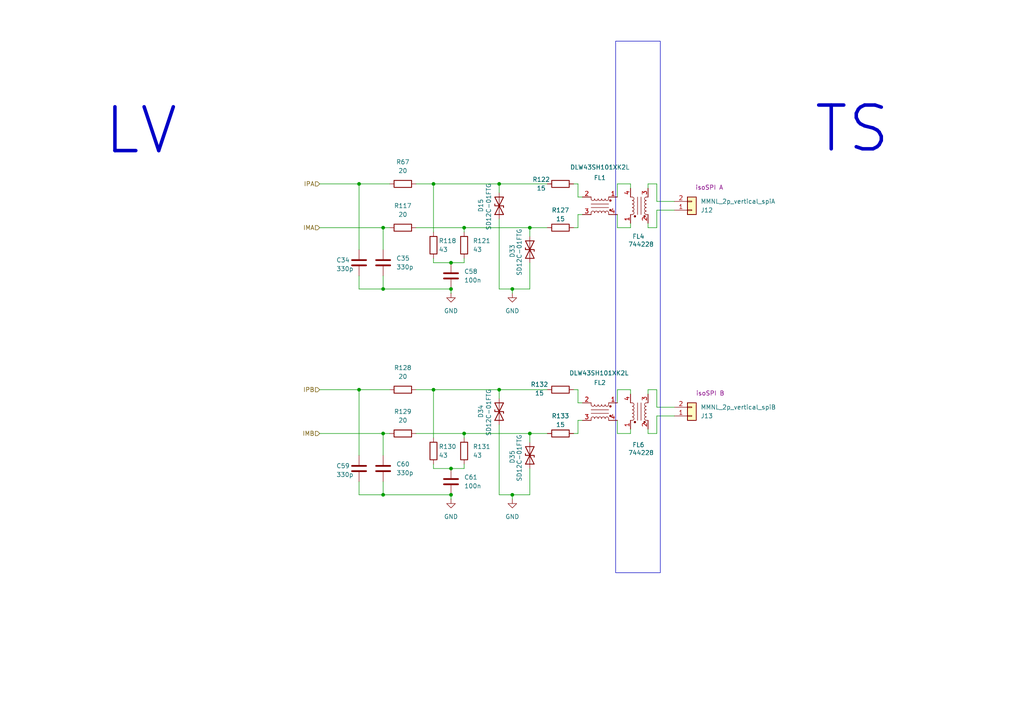
<source format=kicad_sch>
(kicad_sch
	(version 20231120)
	(generator "eeschema")
	(generator_version "8.0")
	(uuid "cc997e99-186e-4e96-b6fd-8d5d8672419b")
	(paper "A4")
	(lib_symbols
		(symbol "Connector_Generic:Conn_01x02"
			(pin_names
				(offset 1.016) hide)
			(exclude_from_sim no)
			(in_bom yes)
			(on_board yes)
			(property "Reference" "J"
				(at 0 2.54 0)
				(effects
					(font
						(size 1.27 1.27)
					)
				)
			)
			(property "Value" "Conn_01x02"
				(at 0 -5.08 0)
				(effects
					(font
						(size 1.27 1.27)
					)
				)
			)
			(property "Footprint" ""
				(at 0 0 0)
				(effects
					(font
						(size 1.27 1.27)
					)
					(hide yes)
				)
			)
			(property "Datasheet" "~"
				(at 0 0 0)
				(effects
					(font
						(size 1.27 1.27)
					)
					(hide yes)
				)
			)
			(property "Description" "Generic connector, single row, 01x02, script generated (kicad-library-utils/schlib/autogen/connector/)"
				(at 0 0 0)
				(effects
					(font
						(size 1.27 1.27)
					)
					(hide yes)
				)
			)
			(property "ki_keywords" "connector"
				(at 0 0 0)
				(effects
					(font
						(size 1.27 1.27)
					)
					(hide yes)
				)
			)
			(property "ki_fp_filters" "Connector*:*_1x??_*"
				(at 0 0 0)
				(effects
					(font
						(size 1.27 1.27)
					)
					(hide yes)
				)
			)
			(symbol "Conn_01x02_1_1"
				(rectangle
					(start -1.27 -2.413)
					(end 0 -2.667)
					(stroke
						(width 0.1524)
						(type default)
					)
					(fill
						(type none)
					)
				)
				(rectangle
					(start -1.27 0.127)
					(end 0 -0.127)
					(stroke
						(width 0.1524)
						(type default)
					)
					(fill
						(type none)
					)
				)
				(rectangle
					(start -1.27 1.27)
					(end 1.27 -3.81)
					(stroke
						(width 0.254)
						(type default)
					)
					(fill
						(type background)
					)
				)
				(pin passive line
					(at -5.08 0 0)
					(length 3.81)
					(name "Pin_1"
						(effects
							(font
								(size 1.27 1.27)
							)
						)
					)
					(number "1"
						(effects
							(font
								(size 1.27 1.27)
							)
						)
					)
				)
				(pin passive line
					(at -5.08 -2.54 0)
					(length 3.81)
					(name "Pin_2"
						(effects
							(font
								(size 1.27 1.27)
							)
						)
					)
					(number "2"
						(effects
							(font
								(size 1.27 1.27)
							)
						)
					)
				)
			)
		)
		(symbol "Device:C"
			(pin_numbers hide)
			(pin_names
				(offset 0.254)
			)
			(exclude_from_sim no)
			(in_bom yes)
			(on_board yes)
			(property "Reference" "C"
				(at 0.635 2.54 0)
				(effects
					(font
						(size 1.27 1.27)
					)
					(justify left)
				)
			)
			(property "Value" "C"
				(at 0.635 -2.54 0)
				(effects
					(font
						(size 1.27 1.27)
					)
					(justify left)
				)
			)
			(property "Footprint" ""
				(at 0.9652 -3.81 0)
				(effects
					(font
						(size 1.27 1.27)
					)
					(hide yes)
				)
			)
			(property "Datasheet" "~"
				(at 0 0 0)
				(effects
					(font
						(size 1.27 1.27)
					)
					(hide yes)
				)
			)
			(property "Description" "Unpolarized capacitor"
				(at 0 0 0)
				(effects
					(font
						(size 1.27 1.27)
					)
					(hide yes)
				)
			)
			(property "ki_keywords" "cap capacitor"
				(at 0 0 0)
				(effects
					(font
						(size 1.27 1.27)
					)
					(hide yes)
				)
			)
			(property "ki_fp_filters" "C_*"
				(at 0 0 0)
				(effects
					(font
						(size 1.27 1.27)
					)
					(hide yes)
				)
			)
			(symbol "C_0_1"
				(polyline
					(pts
						(xy -2.032 -0.762) (xy 2.032 -0.762)
					)
					(stroke
						(width 0.508)
						(type default)
					)
					(fill
						(type none)
					)
				)
				(polyline
					(pts
						(xy -2.032 0.762) (xy 2.032 0.762)
					)
					(stroke
						(width 0.508)
						(type default)
					)
					(fill
						(type none)
					)
				)
			)
			(symbol "C_1_1"
				(pin passive line
					(at 0 3.81 270)
					(length 2.794)
					(name "~"
						(effects
							(font
								(size 1.27 1.27)
							)
						)
					)
					(number "1"
						(effects
							(font
								(size 1.27 1.27)
							)
						)
					)
				)
				(pin passive line
					(at 0 -3.81 90)
					(length 2.794)
					(name "~"
						(effects
							(font
								(size 1.27 1.27)
							)
						)
					)
					(number "2"
						(effects
							(font
								(size 1.27 1.27)
							)
						)
					)
				)
			)
		)
		(symbol "Device:D_TVS"
			(pin_numbers hide)
			(pin_names
				(offset 1.016) hide)
			(exclude_from_sim no)
			(in_bom yes)
			(on_board yes)
			(property "Reference" "D"
				(at 0 2.54 0)
				(effects
					(font
						(size 1.27 1.27)
					)
				)
			)
			(property "Value" "D_TVS"
				(at 0 -2.54 0)
				(effects
					(font
						(size 1.27 1.27)
					)
				)
			)
			(property "Footprint" ""
				(at 0 0 0)
				(effects
					(font
						(size 1.27 1.27)
					)
					(hide yes)
				)
			)
			(property "Datasheet" "~"
				(at 0 0 0)
				(effects
					(font
						(size 1.27 1.27)
					)
					(hide yes)
				)
			)
			(property "Description" "Bidirectional transient-voltage-suppression diode"
				(at 0 0 0)
				(effects
					(font
						(size 1.27 1.27)
					)
					(hide yes)
				)
			)
			(property "ki_keywords" "diode TVS thyrector"
				(at 0 0 0)
				(effects
					(font
						(size 1.27 1.27)
					)
					(hide yes)
				)
			)
			(property "ki_fp_filters" "TO-???* *_Diode_* *SingleDiode* D_*"
				(at 0 0 0)
				(effects
					(font
						(size 1.27 1.27)
					)
					(hide yes)
				)
			)
			(symbol "D_TVS_0_1"
				(polyline
					(pts
						(xy 1.27 0) (xy -1.27 0)
					)
					(stroke
						(width 0)
						(type default)
					)
					(fill
						(type none)
					)
				)
				(polyline
					(pts
						(xy 0.508 1.27) (xy 0 1.27) (xy 0 -1.27) (xy -0.508 -1.27)
					)
					(stroke
						(width 0.254)
						(type default)
					)
					(fill
						(type none)
					)
				)
				(polyline
					(pts
						(xy -2.54 1.27) (xy -2.54 -1.27) (xy 2.54 1.27) (xy 2.54 -1.27) (xy -2.54 1.27)
					)
					(stroke
						(width 0.254)
						(type default)
					)
					(fill
						(type none)
					)
				)
			)
			(symbol "D_TVS_1_1"
				(pin passive line
					(at -3.81 0 0)
					(length 2.54)
					(name "A1"
						(effects
							(font
								(size 1.27 1.27)
							)
						)
					)
					(number "1"
						(effects
							(font
								(size 1.27 1.27)
							)
						)
					)
				)
				(pin passive line
					(at 3.81 0 180)
					(length 2.54)
					(name "A2"
						(effects
							(font
								(size 1.27 1.27)
							)
						)
					)
					(number "2"
						(effects
							(font
								(size 1.27 1.27)
							)
						)
					)
				)
			)
		)
		(symbol "Device:Filter_EMI_LL_1423"
			(pin_names hide)
			(exclude_from_sim no)
			(in_bom yes)
			(on_board yes)
			(property "Reference" "FL"
				(at 0 4.445 0)
				(effects
					(font
						(size 1.27 1.27)
					)
				)
			)
			(property "Value" "Filter_EMI_LL_1423"
				(at 0 -4.445 0)
				(effects
					(font
						(size 1.27 1.27)
					)
				)
			)
			(property "Footprint" ""
				(at 0 -6.35 0)
				(effects
					(font
						(size 1.27 1.27)
					)
					(hide yes)
				)
			)
			(property "Datasheet" "~"
				(at 0 1.016 90)
				(effects
					(font
						(size 1.27 1.27)
					)
					(hide yes)
				)
			)
			(property "Description" "EMI 2-inductor filter, pin-connections 1-4 and 2-3"
				(at 0 0 0)
				(effects
					(font
						(size 1.27 1.27)
					)
					(hide yes)
				)
			)
			(property "ki_keywords" "EMI filter common-mode choke"
				(at 0 0 0)
				(effects
					(font
						(size 1.27 1.27)
					)
					(hide yes)
				)
			)
			(property "ki_fp_filters" "Bourns*SRF0905*"
				(at 0 0 0)
				(effects
					(font
						(size 1.27 1.27)
					)
					(hide yes)
				)
			)
			(symbol "Filter_EMI_LL_1423_0_1"
				(circle
					(center -3.048 -1.27)
					(radius 0.254)
					(stroke
						(width 0)
						(type default)
					)
					(fill
						(type outline)
					)
				)
				(circle
					(center -3.048 1.524)
					(radius 0.254)
					(stroke
						(width 0)
						(type default)
					)
					(fill
						(type outline)
					)
				)
				(arc
					(start -2.54 2.032)
					(mid -2.032 1.5262)
					(end -1.524 2.032)
					(stroke
						(width 0)
						(type default)
					)
					(fill
						(type none)
					)
				)
				(arc
					(start -1.524 -2.032)
					(mid -2.032 -1.5262)
					(end -2.54 -2.032)
					(stroke
						(width 0)
						(type default)
					)
					(fill
						(type none)
					)
				)
				(arc
					(start -1.524 2.032)
					(mid -1.016 1.5262)
					(end -0.508 2.032)
					(stroke
						(width 0)
						(type default)
					)
					(fill
						(type none)
					)
				)
				(arc
					(start -0.508 -2.032)
					(mid -1.016 -1.5262)
					(end -1.524 -2.032)
					(stroke
						(width 0)
						(type default)
					)
					(fill
						(type none)
					)
				)
				(arc
					(start -0.508 2.032)
					(mid 0 1.5262)
					(end 0.508 2.032)
					(stroke
						(width 0)
						(type default)
					)
					(fill
						(type none)
					)
				)
				(polyline
					(pts
						(xy -2.54 -2.032) (xy -2.54 -2.54)
					)
					(stroke
						(width 0)
						(type default)
					)
					(fill
						(type none)
					)
				)
				(polyline
					(pts
						(xy -2.54 0.508) (xy 2.54 0.508)
					)
					(stroke
						(width 0)
						(type default)
					)
					(fill
						(type none)
					)
				)
				(polyline
					(pts
						(xy -2.54 2.032) (xy -2.54 2.54)
					)
					(stroke
						(width 0)
						(type default)
					)
					(fill
						(type none)
					)
				)
				(polyline
					(pts
						(xy 2.54 -2.032) (xy 2.54 -2.54)
					)
					(stroke
						(width 0)
						(type default)
					)
					(fill
						(type none)
					)
				)
				(polyline
					(pts
						(xy 2.54 -0.508) (xy -2.54 -0.508)
					)
					(stroke
						(width 0)
						(type default)
					)
					(fill
						(type none)
					)
				)
				(polyline
					(pts
						(xy 2.54 2.54) (xy 2.54 2.032)
					)
					(stroke
						(width 0)
						(type default)
					)
					(fill
						(type none)
					)
				)
				(arc
					(start 0.508 -2.032)
					(mid 0 -1.5262)
					(end -0.508 -2.032)
					(stroke
						(width 0)
						(type default)
					)
					(fill
						(type none)
					)
				)
				(arc
					(start 0.508 2.032)
					(mid 1.016 1.5262)
					(end 1.524 2.032)
					(stroke
						(width 0)
						(type default)
					)
					(fill
						(type none)
					)
				)
				(arc
					(start 1.524 -2.032)
					(mid 1.016 -1.5262)
					(end 0.508 -2.032)
					(stroke
						(width 0)
						(type default)
					)
					(fill
						(type none)
					)
				)
				(arc
					(start 1.524 2.032)
					(mid 2.032 1.5262)
					(end 2.54 2.032)
					(stroke
						(width 0)
						(type default)
					)
					(fill
						(type none)
					)
				)
				(arc
					(start 2.54 -2.032)
					(mid 2.032 -1.5262)
					(end 1.524 -2.032)
					(stroke
						(width 0)
						(type default)
					)
					(fill
						(type none)
					)
				)
			)
			(symbol "Filter_EMI_LL_1423_1_1"
				(pin passive line
					(at -5.08 -2.54 0)
					(length 2.54)
					(name "1"
						(effects
							(font
								(size 1.27 1.27)
							)
						)
					)
					(number "1"
						(effects
							(font
								(size 1.27 1.27)
							)
						)
					)
				)
				(pin passive line
					(at -5.08 2.54 0)
					(length 2.54)
					(name "2"
						(effects
							(font
								(size 1.27 1.27)
							)
						)
					)
					(number "2"
						(effects
							(font
								(size 1.27 1.27)
							)
						)
					)
				)
				(pin passive line
					(at 5.08 2.54 180)
					(length 2.54)
					(name "3"
						(effects
							(font
								(size 1.27 1.27)
							)
						)
					)
					(number "3"
						(effects
							(font
								(size 1.27 1.27)
							)
						)
					)
				)
				(pin passive line
					(at 5.08 -2.54 180)
					(length 2.54)
					(name "4"
						(effects
							(font
								(size 1.27 1.27)
							)
						)
					)
					(number "4"
						(effects
							(font
								(size 1.27 1.27)
							)
						)
					)
				)
			)
		)
		(symbol "Device:R"
			(pin_numbers hide)
			(pin_names
				(offset 0)
			)
			(exclude_from_sim no)
			(in_bom yes)
			(on_board yes)
			(property "Reference" "R"
				(at 2.032 0 90)
				(effects
					(font
						(size 1.27 1.27)
					)
				)
			)
			(property "Value" "R"
				(at 0 0 90)
				(effects
					(font
						(size 1.27 1.27)
					)
				)
			)
			(property "Footprint" ""
				(at -1.778 0 90)
				(effects
					(font
						(size 1.27 1.27)
					)
					(hide yes)
				)
			)
			(property "Datasheet" "~"
				(at 0 0 0)
				(effects
					(font
						(size 1.27 1.27)
					)
					(hide yes)
				)
			)
			(property "Description" "Resistor"
				(at 0 0 0)
				(effects
					(font
						(size 1.27 1.27)
					)
					(hide yes)
				)
			)
			(property "ki_keywords" "R res resistor"
				(at 0 0 0)
				(effects
					(font
						(size 1.27 1.27)
					)
					(hide yes)
				)
			)
			(property "ki_fp_filters" "R_*"
				(at 0 0 0)
				(effects
					(font
						(size 1.27 1.27)
					)
					(hide yes)
				)
			)
			(symbol "R_0_1"
				(rectangle
					(start -1.016 -2.54)
					(end 1.016 2.54)
					(stroke
						(width 0.254)
						(type default)
					)
					(fill
						(type none)
					)
				)
			)
			(symbol "R_1_1"
				(pin passive line
					(at 0 3.81 270)
					(length 1.27)
					(name "~"
						(effects
							(font
								(size 1.27 1.27)
							)
						)
					)
					(number "1"
						(effects
							(font
								(size 1.27 1.27)
							)
						)
					)
				)
				(pin passive line
					(at 0 -3.81 90)
					(length 1.27)
					(name "~"
						(effects
							(font
								(size 1.27 1.27)
							)
						)
					)
					(number "2"
						(effects
							(font
								(size 1.27 1.27)
							)
						)
					)
				)
			)
		)
		(symbol "Filter:Choke_Coilcraft_0603USB-222"
			(pin_names
				(offset 0.254) hide)
			(exclude_from_sim no)
			(in_bom yes)
			(on_board yes)
			(property "Reference" "FL"
				(at 0 4.445 0)
				(effects
					(font
						(size 1.27 1.27)
					)
				)
			)
			(property "Value" "Choke_Coilcraft_0603USB-222"
				(at 0 -4.445 0)
				(effects
					(font
						(size 1.27 1.27)
					)
				)
			)
			(property "Footprint" "Inductor_SMD:L_CommonModeChoke_Coilcraft_0603USB"
				(at 0 -6.35 0)
				(effects
					(font
						(size 1.27 1.27)
					)
					(hide yes)
				)
			)
			(property "Datasheet" "https://www.coilcraft.com/pdfs/0603usb.pdf"
				(at 0 -8.255 0)
				(effects
					(font
						(size 1.27 1.27)
					)
					(hide yes)
				)
			)
			(property "Description" "Common mode choke, 500mA, 250VAC, 150nH, 209mohm, 0.96Ghz, "
				(at 0 0 0)
				(effects
					(font
						(size 1.27 1.27)
					)
					(hide yes)
				)
			)
			(property "ki_keywords" "common-mode common mode choke signal line filter"
				(at 0 0 0)
				(effects
					(font
						(size 1.27 1.27)
					)
					(hide yes)
				)
			)
			(property "ki_fp_filters" "L*CommonModeChoke*Coilcraft*0603USB*"
				(at 0 0 0)
				(effects
					(font
						(size 1.27 1.27)
					)
					(hide yes)
				)
			)
			(symbol "Choke_Coilcraft_0603USB-222_0_1"
				(circle
					(center -3.048 -1.27)
					(radius 0.254)
					(stroke
						(width 0)
						(type default)
					)
					(fill
						(type outline)
					)
				)
				(circle
					(center -3.048 1.524)
					(radius 0.254)
					(stroke
						(width 0)
						(type default)
					)
					(fill
						(type outline)
					)
				)
				(arc
					(start -2.54 2.032)
					(mid -2.032 1.5262)
					(end -1.524 2.032)
					(stroke
						(width 0)
						(type default)
					)
					(fill
						(type none)
					)
				)
				(arc
					(start -1.524 -2.032)
					(mid -2.032 -1.5262)
					(end -2.54 -2.032)
					(stroke
						(width 0)
						(type default)
					)
					(fill
						(type none)
					)
				)
				(arc
					(start -1.524 2.032)
					(mid -1.016 1.5262)
					(end -0.508 2.032)
					(stroke
						(width 0)
						(type default)
					)
					(fill
						(type none)
					)
				)
				(arc
					(start -0.508 -2.032)
					(mid -1.016 -1.5262)
					(end -1.524 -2.032)
					(stroke
						(width 0)
						(type default)
					)
					(fill
						(type none)
					)
				)
				(arc
					(start -0.508 2.032)
					(mid 0 1.5262)
					(end 0.508 2.032)
					(stroke
						(width 0)
						(type default)
					)
					(fill
						(type none)
					)
				)
				(polyline
					(pts
						(xy -2.54 -2.032) (xy -2.54 -2.54)
					)
					(stroke
						(width 0)
						(type default)
					)
					(fill
						(type none)
					)
				)
				(polyline
					(pts
						(xy -2.54 0.508) (xy 2.54 0.508)
					)
					(stroke
						(width 0)
						(type default)
					)
					(fill
						(type none)
					)
				)
				(polyline
					(pts
						(xy -2.54 2.032) (xy -2.54 2.54)
					)
					(stroke
						(width 0)
						(type default)
					)
					(fill
						(type none)
					)
				)
				(polyline
					(pts
						(xy 2.54 -2.032) (xy 2.54 -2.54)
					)
					(stroke
						(width 0)
						(type default)
					)
					(fill
						(type none)
					)
				)
				(polyline
					(pts
						(xy 2.54 -0.508) (xy -2.54 -0.508)
					)
					(stroke
						(width 0)
						(type default)
					)
					(fill
						(type none)
					)
				)
				(polyline
					(pts
						(xy 2.54 2.54) (xy 2.54 2.032)
					)
					(stroke
						(width 0)
						(type default)
					)
					(fill
						(type none)
					)
				)
				(arc
					(start 0.508 -2.032)
					(mid 0 -1.5262)
					(end -0.508 -2.032)
					(stroke
						(width 0)
						(type default)
					)
					(fill
						(type none)
					)
				)
				(arc
					(start 0.508 2.032)
					(mid 1.016 1.5262)
					(end 1.524 2.032)
					(stroke
						(width 0)
						(type default)
					)
					(fill
						(type none)
					)
				)
				(arc
					(start 1.524 -2.032)
					(mid 1.016 -1.5262)
					(end 0.508 -2.032)
					(stroke
						(width 0)
						(type default)
					)
					(fill
						(type none)
					)
				)
				(arc
					(start 1.524 2.032)
					(mid 2.032 1.5262)
					(end 2.54 2.032)
					(stroke
						(width 0)
						(type default)
					)
					(fill
						(type none)
					)
				)
				(arc
					(start 2.54 -2.032)
					(mid 2.032 -1.5262)
					(end 1.524 -2.032)
					(stroke
						(width 0)
						(type default)
					)
					(fill
						(type none)
					)
				)
			)
			(symbol "Choke_Coilcraft_0603USB-222_1_1"
				(pin passive line
					(at -5.08 2.54 0)
					(length 2.54)
					(name "1"
						(effects
							(font
								(size 1.27 1.27)
							)
						)
					)
					(number "1"
						(effects
							(font
								(size 1.27 1.27)
							)
						)
					)
				)
				(pin passive line
					(at 5.08 2.54 180)
					(length 2.54)
					(name "2"
						(effects
							(font
								(size 1.27 1.27)
							)
						)
					)
					(number "2"
						(effects
							(font
								(size 1.27 1.27)
							)
						)
					)
				)
				(pin passive line
					(at 5.08 -2.54 180)
					(length 2.54)
					(name "3"
						(effects
							(font
								(size 1.27 1.27)
							)
						)
					)
					(number "3"
						(effects
							(font
								(size 1.27 1.27)
							)
						)
					)
				)
				(pin passive line
					(at -5.08 -2.54 0)
					(length 2.54)
					(name "4"
						(effects
							(font
								(size 1.27 1.27)
							)
						)
					)
					(number "4"
						(effects
							(font
								(size 1.27 1.27)
							)
						)
					)
				)
			)
		)
		(symbol "power:GND"
			(power)
			(pin_numbers hide)
			(pin_names
				(offset 0) hide)
			(exclude_from_sim no)
			(in_bom yes)
			(on_board yes)
			(property "Reference" "#PWR"
				(at 0 -6.35 0)
				(effects
					(font
						(size 1.27 1.27)
					)
					(hide yes)
				)
			)
			(property "Value" "GND"
				(at 0 -3.81 0)
				(effects
					(font
						(size 1.27 1.27)
					)
				)
			)
			(property "Footprint" ""
				(at 0 0 0)
				(effects
					(font
						(size 1.27 1.27)
					)
					(hide yes)
				)
			)
			(property "Datasheet" ""
				(at 0 0 0)
				(effects
					(font
						(size 1.27 1.27)
					)
					(hide yes)
				)
			)
			(property "Description" "Power symbol creates a global label with name \"GND\" , ground"
				(at 0 0 0)
				(effects
					(font
						(size 1.27 1.27)
					)
					(hide yes)
				)
			)
			(property "ki_keywords" "global power"
				(at 0 0 0)
				(effects
					(font
						(size 1.27 1.27)
					)
					(hide yes)
				)
			)
			(symbol "GND_0_1"
				(polyline
					(pts
						(xy 0 0) (xy 0 -1.27) (xy 1.27 -1.27) (xy 0 -2.54) (xy -1.27 -1.27) (xy 0 -1.27)
					)
					(stroke
						(width 0)
						(type default)
					)
					(fill
						(type none)
					)
				)
			)
			(symbol "GND_1_1"
				(pin power_in line
					(at 0 0 270)
					(length 0)
					(name "~"
						(effects
							(font
								(size 1.27 1.27)
							)
						)
					)
					(number "1"
						(effects
							(font
								(size 1.27 1.27)
							)
						)
					)
				)
			)
		)
	)
	(junction
		(at 153.67 125.73)
		(diameter 0)
		(color 0 0 0 0)
		(uuid "01183f8a-1e4b-4f9c-b82e-dc570b395bc9")
	)
	(junction
		(at 125.73 113.03)
		(diameter 0)
		(color 0 0 0 0)
		(uuid "0aee2266-1ee0-435b-99ab-209fda24ce6f")
	)
	(junction
		(at 130.81 135.89)
		(diameter 0)
		(color 0 0 0 0)
		(uuid "0b43cb52-6b59-4d07-bb39-52d42efea2a4")
	)
	(junction
		(at 144.78 53.34)
		(diameter 0)
		(color 0 0 0 0)
		(uuid "16849498-73cb-4d60-8cda-784e57847e86")
	)
	(junction
		(at 134.62 125.73)
		(diameter 0)
		(color 0 0 0 0)
		(uuid "261f1fb1-79c8-4d48-90f7-81c699a437e8")
	)
	(junction
		(at 125.73 53.34)
		(diameter 0)
		(color 0 0 0 0)
		(uuid "2a20125c-c321-48f8-b44e-3988e503e198")
	)
	(junction
		(at 134.62 66.04)
		(diameter 0)
		(color 0 0 0 0)
		(uuid "3b517f86-5ad6-4b30-bb01-49b6d492cf9c")
	)
	(junction
		(at 148.59 83.82)
		(diameter 0)
		(color 0 0 0 0)
		(uuid "3f627e2a-589b-4f19-b42e-7d1742125432")
	)
	(junction
		(at 144.78 113.03)
		(diameter 0)
		(color 0 0 0 0)
		(uuid "52c62b19-830a-4953-b16b-cfcb0d6b9962")
	)
	(junction
		(at 130.81 76.2)
		(diameter 0)
		(color 0 0 0 0)
		(uuid "68ad2d62-3be5-4a54-9f19-2399902fa070")
	)
	(junction
		(at 148.59 143.51)
		(diameter 0)
		(color 0 0 0 0)
		(uuid "6d02d35f-d673-42a7-a1d3-cb50ae20853a")
	)
	(junction
		(at 104.14 113.03)
		(diameter 0)
		(color 0 0 0 0)
		(uuid "9143c996-48f2-4a9c-8b34-dd5924e0f123")
	)
	(junction
		(at 111.125 83.82)
		(diameter 0)
		(color 0 0 0 0)
		(uuid "a4d47f39-7381-4158-a58e-55d279f46660")
	)
	(junction
		(at 104.14 53.34)
		(diameter 0)
		(color 0 0 0 0)
		(uuid "a8e19d03-4413-4599-ab2b-eda64a944fd2")
	)
	(junction
		(at 111.125 143.51)
		(diameter 0)
		(color 0 0 0 0)
		(uuid "b1ce9d3e-0365-45f1-ab62-efb8a8230bf1")
	)
	(junction
		(at 111.125 125.73)
		(diameter 0)
		(color 0 0 0 0)
		(uuid "b7291065-5005-4360-9e7f-7be23bc2735b")
	)
	(junction
		(at 111.125 66.04)
		(diameter 0)
		(color 0 0 0 0)
		(uuid "beae2e58-2c9b-4cf0-85c6-8d352d2fb6a7")
	)
	(junction
		(at 130.81 83.82)
		(diameter 0)
		(color 0 0 0 0)
		(uuid "d954a7f2-89e9-4d9b-8b3d-3c9b09e53775")
	)
	(junction
		(at 153.67 66.04)
		(diameter 0)
		(color 0 0 0 0)
		(uuid "e265b3c2-1f26-4628-9af9-9ee896d1942c")
	)
	(junction
		(at 130.81 143.51)
		(diameter 0)
		(color 0 0 0 0)
		(uuid "f73c40ae-53a9-4b64-a252-1e0899a4483e")
	)
	(wire
		(pts
			(xy 104.14 113.03) (xy 113.03 113.03)
		)
		(stroke
			(width 0)
			(type default)
		)
		(uuid "0565c931-c0f9-466d-94bc-782bb9e90050")
	)
	(wire
		(pts
			(xy 104.14 139.7) (xy 104.14 143.51)
		)
		(stroke
			(width 0)
			(type default)
		)
		(uuid "0df56b57-53ff-458e-a7f9-40507343abc6")
	)
	(wire
		(pts
			(xy 167.64 113.03) (xy 167.64 116.84)
		)
		(stroke
			(width 0)
			(type default)
		)
		(uuid "0e5a8d8b-a111-4c02-8823-bbd44add785a")
	)
	(wire
		(pts
			(xy 111.125 80.01) (xy 111.125 83.82)
		)
		(stroke
			(width 0)
			(type default)
		)
		(uuid "131978a5-406e-4bd9-8cda-67cc620ad33c")
	)
	(wire
		(pts
			(xy 120.65 66.04) (xy 134.62 66.04)
		)
		(stroke
			(width 0)
			(type default)
		)
		(uuid "13d13389-b355-4549-ae0d-ef4b9cf92d09")
	)
	(wire
		(pts
			(xy 134.62 134.62) (xy 134.62 135.89)
		)
		(stroke
			(width 0)
			(type default)
		)
		(uuid "17c15ff6-9808-42f8-a4dd-c2998ada0920")
	)
	(wire
		(pts
			(xy 130.81 143.51) (xy 130.81 144.78)
		)
		(stroke
			(width 0)
			(type default)
		)
		(uuid "18d12258-3620-48b1-8485-5c608696f8ea")
	)
	(wire
		(pts
			(xy 167.64 116.84) (xy 168.91 116.84)
		)
		(stroke
			(width 0)
			(type default)
		)
		(uuid "1a06fc4d-afb0-408d-8c8a-c67a787daece")
	)
	(wire
		(pts
			(xy 104.14 53.34) (xy 104.14 72.39)
		)
		(stroke
			(width 0)
			(type default)
		)
		(uuid "1f2f4073-1ed2-401d-bfdd-89e0cbe2c4d6")
	)
	(wire
		(pts
			(xy 167.64 62.23) (xy 168.91 62.23)
		)
		(stroke
			(width 0)
			(type default)
		)
		(uuid "1f95988b-294e-49e4-9bcd-a8e5f8f1b0f3")
	)
	(wire
		(pts
			(xy 111.125 66.04) (xy 111.125 72.39)
		)
		(stroke
			(width 0)
			(type default)
		)
		(uuid "20b3f746-6c71-4810-adf8-12af40f89a01")
	)
	(wire
		(pts
			(xy 182.88 53.34) (xy 182.88 54.61)
		)
		(stroke
			(width 0)
			(type default)
		)
		(uuid "21a9f667-12fb-4f0f-bec6-e88a06cb05a7")
	)
	(wire
		(pts
			(xy 125.73 76.2) (xy 125.73 74.93)
		)
		(stroke
			(width 0)
			(type default)
		)
		(uuid "263db505-8108-4a7f-add9-b16d51e43236")
	)
	(wire
		(pts
			(xy 134.62 76.2) (xy 130.81 76.2)
		)
		(stroke
			(width 0)
			(type default)
		)
		(uuid "2a301240-f26b-4950-bcec-e6412674688a")
	)
	(wire
		(pts
			(xy 182.88 66.04) (xy 182.88 64.77)
		)
		(stroke
			(width 0)
			(type default)
		)
		(uuid "2c546921-2ade-4803-9f2d-5d7638e01ffb")
	)
	(wire
		(pts
			(xy 179.07 66.04) (xy 179.07 62.23)
		)
		(stroke
			(width 0)
			(type default)
		)
		(uuid "2c55f13c-b9de-4f7c-9be4-6c711c4735ff")
	)
	(wire
		(pts
			(xy 130.81 135.89) (xy 125.73 135.89)
		)
		(stroke
			(width 0)
			(type default)
		)
		(uuid "2cce578f-d5b2-4862-abf3-70360e2cabf0")
	)
	(wire
		(pts
			(xy 167.64 62.23) (xy 167.64 66.04)
		)
		(stroke
			(width 0)
			(type default)
		)
		(uuid "31c33949-aae5-45e0-8006-0a61d8da9694")
	)
	(wire
		(pts
			(xy 111.125 143.51) (xy 130.81 143.51)
		)
		(stroke
			(width 0)
			(type default)
		)
		(uuid "320e9999-cac5-4b53-b96c-ce4560ab60e1")
	)
	(wire
		(pts
			(xy 125.73 53.34) (xy 144.78 53.34)
		)
		(stroke
			(width 0)
			(type default)
		)
		(uuid "36cdd6ac-0a35-4adf-a5a3-1345cf1f1e53")
	)
	(wire
		(pts
			(xy 190.5 58.42) (xy 190.5 53.34)
		)
		(stroke
			(width 0)
			(type default)
		)
		(uuid "38288ebd-4630-4d10-9075-6c33778842e1")
	)
	(wire
		(pts
			(xy 179.07 66.04) (xy 182.88 66.04)
		)
		(stroke
			(width 0)
			(type default)
		)
		(uuid "3c119e1b-9ad0-436a-a4ca-6ee8bef9e2d3")
	)
	(wire
		(pts
			(xy 148.59 143.51) (xy 148.59 144.78)
		)
		(stroke
			(width 0)
			(type default)
		)
		(uuid "40f2acaf-dcb7-42cb-8fd2-801f951b2c06")
	)
	(wire
		(pts
			(xy 125.73 135.89) (xy 125.73 134.62)
		)
		(stroke
			(width 0)
			(type default)
		)
		(uuid "415c5496-1c97-49cc-9663-d2338d1c4eca")
	)
	(wire
		(pts
			(xy 120.65 113.03) (xy 125.73 113.03)
		)
		(stroke
			(width 0)
			(type default)
		)
		(uuid "42c66a14-d781-44e1-a3ca-2bc7fe2bfb41")
	)
	(wire
		(pts
			(xy 148.59 143.51) (xy 153.67 143.51)
		)
		(stroke
			(width 0)
			(type default)
		)
		(uuid "4949d58d-7b61-4018-9ab2-9db5506cadad")
	)
	(wire
		(pts
			(xy 144.78 63.5) (xy 144.78 83.82)
		)
		(stroke
			(width 0)
			(type default)
		)
		(uuid "4be16e30-b2dd-482e-8411-8e7c835eb4a2")
	)
	(wire
		(pts
			(xy 144.78 83.82) (xy 148.59 83.82)
		)
		(stroke
			(width 0)
			(type default)
		)
		(uuid "526f5610-f661-4139-b05e-9dc1195bf186")
	)
	(wire
		(pts
			(xy 190.5 53.34) (xy 187.96 53.34)
		)
		(stroke
			(width 0)
			(type default)
		)
		(uuid "55abcf85-bf08-4d8a-b086-9597600c0f04")
	)
	(wire
		(pts
			(xy 111.125 66.04) (xy 113.03 66.04)
		)
		(stroke
			(width 0)
			(type default)
		)
		(uuid "587ef0f9-7f6f-45b6-9afa-e461d0cc9549")
	)
	(wire
		(pts
			(xy 190.5 60.96) (xy 190.5 66.04)
		)
		(stroke
			(width 0)
			(type default)
		)
		(uuid "5972f4eb-6df6-4e01-841f-879bf9d8b69c")
	)
	(wire
		(pts
			(xy 167.64 53.34) (xy 167.64 57.15)
		)
		(stroke
			(width 0)
			(type default)
		)
		(uuid "5c066255-002d-4bda-82d7-ed88921a71b3")
	)
	(wire
		(pts
			(xy 111.125 83.82) (xy 130.81 83.82)
		)
		(stroke
			(width 0)
			(type default)
		)
		(uuid "5cc843a9-8f74-45ab-b4e5-0badcccb2835")
	)
	(wire
		(pts
			(xy 144.78 143.51) (xy 148.59 143.51)
		)
		(stroke
			(width 0)
			(type default)
		)
		(uuid "5d164f3a-6598-4551-bcb2-a80c2562a107")
	)
	(wire
		(pts
			(xy 153.67 76.2) (xy 153.67 83.82)
		)
		(stroke
			(width 0)
			(type default)
		)
		(uuid "5d9d89fd-7a7d-48be-a0c7-a9fe05db6191")
	)
	(wire
		(pts
			(xy 104.14 80.01) (xy 104.14 83.82)
		)
		(stroke
			(width 0)
			(type default)
		)
		(uuid "5f94fed7-41f2-4ff6-aa7b-a4e6e4896789")
	)
	(wire
		(pts
			(xy 166.37 113.03) (xy 167.64 113.03)
		)
		(stroke
			(width 0)
			(type default)
		)
		(uuid "60e454aa-b1c5-49f6-91d2-703e0e7d9e07")
	)
	(wire
		(pts
			(xy 130.81 83.82) (xy 130.81 85.09)
		)
		(stroke
			(width 0)
			(type default)
		)
		(uuid "6325c8c1-0a60-4819-ad6a-5635af30f80a")
	)
	(wire
		(pts
			(xy 130.81 76.2) (xy 125.73 76.2)
		)
		(stroke
			(width 0)
			(type default)
		)
		(uuid "6b447ebf-f804-49b0-881e-f34a74957d39")
	)
	(wire
		(pts
			(xy 167.64 121.92) (xy 167.64 125.73)
		)
		(stroke
			(width 0)
			(type default)
		)
		(uuid "6e5effcc-4755-4c29-babc-68132753bd99")
	)
	(wire
		(pts
			(xy 167.64 57.15) (xy 168.91 57.15)
		)
		(stroke
			(width 0)
			(type default)
		)
		(uuid "6fe45814-ab0c-4abd-b890-26294abfc73b")
	)
	(wire
		(pts
			(xy 166.37 53.34) (xy 167.64 53.34)
		)
		(stroke
			(width 0)
			(type default)
		)
		(uuid "711603bd-1693-4ccc-a5a3-4c47eed310a6")
	)
	(wire
		(pts
			(xy 179.07 125.73) (xy 179.07 121.92)
		)
		(stroke
			(width 0)
			(type default)
		)
		(uuid "732be2ee-a15a-4b69-9420-a00f9fcc5dae")
	)
	(wire
		(pts
			(xy 190.5 118.11) (xy 195.58 118.11)
		)
		(stroke
			(width 0)
			(type default)
		)
		(uuid "7378b1d6-965f-44e7-9946-d04c28f972d1")
	)
	(wire
		(pts
			(xy 187.96 125.73) (xy 187.96 124.46)
		)
		(stroke
			(width 0)
			(type default)
		)
		(uuid "747270b2-538f-4bfe-a361-02ae93e58734")
	)
	(wire
		(pts
			(xy 144.78 123.19) (xy 144.78 143.51)
		)
		(stroke
			(width 0)
			(type default)
		)
		(uuid "79f0daee-7160-4c27-b4b8-a9fd4eb39b88")
	)
	(wire
		(pts
			(xy 153.67 66.04) (xy 153.67 68.58)
		)
		(stroke
			(width 0)
			(type default)
		)
		(uuid "7b28fa0b-17d4-4839-b46c-10c61f35bbfe")
	)
	(wire
		(pts
			(xy 134.62 135.89) (xy 130.81 135.89)
		)
		(stroke
			(width 0)
			(type default)
		)
		(uuid "7b52a9a9-21f6-4d0d-944c-4bc6f9b20c10")
	)
	(wire
		(pts
			(xy 179.07 113.03) (xy 182.88 113.03)
		)
		(stroke
			(width 0)
			(type default)
		)
		(uuid "7d52924e-8bf1-41f3-a88b-e54eead982dc")
	)
	(wire
		(pts
			(xy 104.14 143.51) (xy 111.125 143.51)
		)
		(stroke
			(width 0)
			(type default)
		)
		(uuid "859d7ef8-3236-40d2-bd07-af5bf012c438")
	)
	(wire
		(pts
			(xy 120.65 125.73) (xy 134.62 125.73)
		)
		(stroke
			(width 0)
			(type default)
		)
		(uuid "87909c03-0d46-4405-8890-be98ee081399")
	)
	(wire
		(pts
			(xy 134.62 125.73) (xy 134.62 127)
		)
		(stroke
			(width 0)
			(type default)
		)
		(uuid "882548b3-e7b1-4c68-91f1-15e1ceb8f6ea")
	)
	(wire
		(pts
			(xy 167.64 125.73) (xy 166.37 125.73)
		)
		(stroke
			(width 0)
			(type default)
		)
		(uuid "97963dfe-3e02-4ed2-a469-e5b1aa4347ff")
	)
	(wire
		(pts
			(xy 92.71 125.73) (xy 111.125 125.73)
		)
		(stroke
			(width 0)
			(type default)
		)
		(uuid "989225f2-8496-4347-87ed-4e6cf8180b25")
	)
	(wire
		(pts
			(xy 134.62 74.93) (xy 134.62 76.2)
		)
		(stroke
			(width 0)
			(type default)
		)
		(uuid "98ee242f-cef8-465b-b16c-efe3e1fa21d1")
	)
	(wire
		(pts
			(xy 190.5 120.65) (xy 190.5 125.73)
		)
		(stroke
			(width 0)
			(type default)
		)
		(uuid "99117fc3-f64e-4d15-b2c9-5eae6803b78c")
	)
	(wire
		(pts
			(xy 190.5 66.04) (xy 187.96 66.04)
		)
		(stroke
			(width 0)
			(type default)
		)
		(uuid "9b244fd4-2670-443b-a457-71cc2d9f9962")
	)
	(wire
		(pts
			(xy 92.71 113.03) (xy 104.14 113.03)
		)
		(stroke
			(width 0)
			(type default)
		)
		(uuid "9c6464b5-3f30-4127-9e0d-66412fe04eb0")
	)
	(wire
		(pts
			(xy 144.78 113.03) (xy 158.75 113.03)
		)
		(stroke
			(width 0)
			(type default)
		)
		(uuid "9ff41563-c491-4c32-bd3b-58318558d239")
	)
	(wire
		(pts
			(xy 190.5 60.96) (xy 195.58 60.96)
		)
		(stroke
			(width 0)
			(type default)
		)
		(uuid "a6f8303d-305d-45e4-a7e1-4337e0b1beaf")
	)
	(wire
		(pts
			(xy 134.62 66.04) (xy 153.67 66.04)
		)
		(stroke
			(width 0)
			(type default)
		)
		(uuid "a86ddb4f-7f4c-472e-a8d2-f715863070b0")
	)
	(wire
		(pts
			(xy 125.73 113.03) (xy 125.73 127)
		)
		(stroke
			(width 0)
			(type default)
		)
		(uuid "aa509a6b-82c5-433d-8a65-bdf860d0a7f6")
	)
	(wire
		(pts
			(xy 104.14 83.82) (xy 111.125 83.82)
		)
		(stroke
			(width 0)
			(type default)
		)
		(uuid "acfe9f3b-5a86-4055-88fd-38342f07f5cd")
	)
	(wire
		(pts
			(xy 190.5 118.11) (xy 190.5 113.03)
		)
		(stroke
			(width 0)
			(type default)
		)
		(uuid "af2bbf75-1669-4bba-ac58-65eb5602befd")
	)
	(wire
		(pts
			(xy 153.67 135.89) (xy 153.67 143.51)
		)
		(stroke
			(width 0)
			(type default)
		)
		(uuid "b18d8ca9-758d-46d6-b76e-a59642fd13a7")
	)
	(wire
		(pts
			(xy 179.07 53.34) (xy 179.07 57.15)
		)
		(stroke
			(width 0)
			(type default)
		)
		(uuid "b3c8affe-c9f4-4aa9-8c23-0917d6b92cad")
	)
	(wire
		(pts
			(xy 120.65 53.34) (xy 125.73 53.34)
		)
		(stroke
			(width 0)
			(type default)
		)
		(uuid "b41ff4b5-0659-4438-8f87-22cb88df76a1")
	)
	(wire
		(pts
			(xy 187.96 66.04) (xy 187.96 64.77)
		)
		(stroke
			(width 0)
			(type default)
		)
		(uuid "b63d1a5c-9181-433d-86f2-f311e878efc3")
	)
	(wire
		(pts
			(xy 179.07 113.03) (xy 179.07 116.84)
		)
		(stroke
			(width 0)
			(type default)
		)
		(uuid "b8a604ac-29b2-41cc-bd51-47816fcd7512")
	)
	(wire
		(pts
			(xy 125.73 53.34) (xy 125.73 67.31)
		)
		(stroke
			(width 0)
			(type default)
		)
		(uuid "ba3bda8e-6186-4fdc-9ac1-5579bf324af1")
	)
	(wire
		(pts
			(xy 125.73 113.03) (xy 144.78 113.03)
		)
		(stroke
			(width 0)
			(type default)
		)
		(uuid "bd663345-6a33-4c53-bc78-b7b34bd83c56")
	)
	(wire
		(pts
			(xy 187.96 113.03) (xy 187.96 114.3)
		)
		(stroke
			(width 0)
			(type default)
		)
		(uuid "bdb4eafe-3aa7-43bf-b504-0d1dd48bec5a")
	)
	(wire
		(pts
			(xy 179.07 53.34) (xy 182.88 53.34)
		)
		(stroke
			(width 0)
			(type default)
		)
		(uuid "bdfe1517-7bdf-4232-8716-92493f1394ab")
	)
	(wire
		(pts
			(xy 153.67 125.73) (xy 153.67 128.27)
		)
		(stroke
			(width 0)
			(type default)
		)
		(uuid "c2d96053-d5eb-4397-9c27-34c44f78cde1")
	)
	(wire
		(pts
			(xy 167.64 66.04) (xy 166.37 66.04)
		)
		(stroke
			(width 0)
			(type default)
		)
		(uuid "c6045578-662d-49ab-bbbd-6163239abaa7")
	)
	(wire
		(pts
			(xy 182.88 125.73) (xy 182.88 124.46)
		)
		(stroke
			(width 0)
			(type default)
		)
		(uuid "c61e0019-c3d7-427f-9a0d-70b8d2a946f1")
	)
	(wire
		(pts
			(xy 190.5 125.73) (xy 187.96 125.73)
		)
		(stroke
			(width 0)
			(type default)
		)
		(uuid "c92180ca-5d52-4f40-a499-aa35c4bbaec5")
	)
	(wire
		(pts
			(xy 111.125 125.73) (xy 111.125 132.08)
		)
		(stroke
			(width 0)
			(type default)
		)
		(uuid "cb8d91e1-e0aa-41f6-9bf2-37a432544fb2")
	)
	(wire
		(pts
			(xy 190.5 120.65) (xy 195.58 120.65)
		)
		(stroke
			(width 0)
			(type default)
		)
		(uuid "d42c2df4-208c-4835-9176-7437c1e76609")
	)
	(wire
		(pts
			(xy 190.5 58.42) (xy 195.58 58.42)
		)
		(stroke
			(width 0)
			(type default)
		)
		(uuid "d4cba228-bf0c-49ca-8b3b-15aa81c9bf88")
	)
	(wire
		(pts
			(xy 134.62 125.73) (xy 153.67 125.73)
		)
		(stroke
			(width 0)
			(type default)
		)
		(uuid "d624965a-55d3-4f53-90d5-f06bfae09fb3")
	)
	(wire
		(pts
			(xy 190.5 113.03) (xy 187.96 113.03)
		)
		(stroke
			(width 0)
			(type default)
		)
		(uuid "d9df4c52-3ac9-4ce6-9c91-8a215b7df9bf")
	)
	(wire
		(pts
			(xy 187.96 53.34) (xy 187.96 54.61)
		)
		(stroke
			(width 0)
			(type default)
		)
		(uuid "dcc85ffa-54ce-4da4-8082-a010f13cba52")
	)
	(wire
		(pts
			(xy 144.78 53.34) (xy 158.75 53.34)
		)
		(stroke
			(width 0)
			(type default)
		)
		(uuid "dcf3e791-af40-4d50-89ad-c566fe127d1e")
	)
	(wire
		(pts
			(xy 111.125 125.73) (xy 113.03 125.73)
		)
		(stroke
			(width 0)
			(type default)
		)
		(uuid "de3a659d-ba2a-444f-8794-50eab76105ae")
	)
	(wire
		(pts
			(xy 148.59 83.82) (xy 153.67 83.82)
		)
		(stroke
			(width 0)
			(type default)
		)
		(uuid "df6ec248-ecdf-4949-98d2-2a1cdfd95bca")
	)
	(wire
		(pts
			(xy 182.88 113.03) (xy 182.88 114.3)
		)
		(stroke
			(width 0)
			(type default)
		)
		(uuid "e308cb3d-1b7f-434e-8f02-abef9ea6f74b")
	)
	(wire
		(pts
			(xy 111.125 139.7) (xy 111.125 143.51)
		)
		(stroke
			(width 0)
			(type default)
		)
		(uuid "e41194a2-1645-46ca-b6c1-61846315885a")
	)
	(wire
		(pts
			(xy 134.62 66.04) (xy 134.62 67.31)
		)
		(stroke
			(width 0)
			(type default)
		)
		(uuid "e4d25403-aaa6-4a6f-adf0-f3203744392b")
	)
	(wire
		(pts
			(xy 148.59 83.82) (xy 148.59 85.09)
		)
		(stroke
			(width 0)
			(type default)
		)
		(uuid "e5f69ef5-e72e-4c17-8a2b-68b9a1e69faa")
	)
	(wire
		(pts
			(xy 104.14 53.34) (xy 113.03 53.34)
		)
		(stroke
			(width 0)
			(type default)
		)
		(uuid "ea0d9dc5-d858-45f9-9f61-9452333e7422")
	)
	(wire
		(pts
			(xy 179.07 125.73) (xy 182.88 125.73)
		)
		(stroke
			(width 0)
			(type default)
		)
		(uuid "ea3277ca-2e2b-466f-b625-343522c3cafb")
	)
	(wire
		(pts
			(xy 153.67 66.04) (xy 158.75 66.04)
		)
		(stroke
			(width 0)
			(type default)
		)
		(uuid "f00480f7-eb91-4742-b57c-1d9e08810d3c")
	)
	(wire
		(pts
			(xy 104.14 113.03) (xy 104.14 132.08)
		)
		(stroke
			(width 0)
			(type default)
		)
		(uuid "f1e41e3c-1e23-4dfe-827a-e067d3eaefd8")
	)
	(wire
		(pts
			(xy 167.64 121.92) (xy 168.91 121.92)
		)
		(stroke
			(width 0)
			(type default)
		)
		(uuid "f23a4de1-6aa8-4d9c-9faa-08b9f4fb3d75")
	)
	(wire
		(pts
			(xy 92.71 53.34) (xy 104.14 53.34)
		)
		(stroke
			(width 0)
			(type default)
		)
		(uuid "f6ffafec-7741-4edb-9165-1684e3d96f18")
	)
	(wire
		(pts
			(xy 92.71 66.04) (xy 111.125 66.04)
		)
		(stroke
			(width 0)
			(type default)
		)
		(uuid "f8443d47-aa7f-4634-a073-9f669c062ce5")
	)
	(wire
		(pts
			(xy 144.78 53.34) (xy 144.78 55.88)
		)
		(stroke
			(width 0)
			(type default)
		)
		(uuid "fd22c89b-3fba-4319-99bf-a909f8971b36")
	)
	(wire
		(pts
			(xy 153.67 125.73) (xy 158.75 125.73)
		)
		(stroke
			(width 0)
			(type default)
		)
		(uuid "fd45b74e-8d17-49d6-a683-16328cbec773")
	)
	(wire
		(pts
			(xy 144.78 113.03) (xy 144.78 115.57)
		)
		(stroke
			(width 0)
			(type default)
		)
		(uuid "ff7ed386-6df9-4041-b38a-61e957b81fbf")
	)
	(rectangle
		(start 178.562 11.938)
		(end 191.516 166.116)
		(stroke
			(width 0)
			(type default)
		)
		(fill
			(type none)
		)
		(uuid 6442d344-68da-4a0d-b9d1-9301adc55f94)
	)
	(text "LV"
		(exclude_from_sim no)
		(at 40.894 38.1 0)
		(effects
			(font
				(size 12.7 12.7)
				(thickness 1.016)
				(bold yes)
			)
		)
		(uuid "81728a2b-a45a-409a-90ac-9d35811d3f4f")
	)
	(text "TS"
		(exclude_from_sim no)
		(at 247.142 37.592 0)
		(effects
			(font
				(size 12.7 12.7)
				(thickness 1.016)
				(bold yes)
			)
		)
		(uuid "c48593ba-0302-438f-beb4-897a2c83328f")
	)
	(hierarchical_label "IMA"
		(shape input)
		(at 92.71 66.04 180)
		(fields_autoplaced yes)
		(effects
			(font
				(size 1.27 1.27)
			)
			(justify right)
		)
		(uuid "018a7dae-761b-4a0e-bd75-67fc832c12ac")
	)
	(hierarchical_label "IPA"
		(shape input)
		(at 92.71 53.34 180)
		(fields_autoplaced yes)
		(effects
			(font
				(size 1.27 1.27)
			)
			(justify right)
		)
		(uuid "6036b150-468e-450d-9ab0-ac414b1d9e69")
	)
	(hierarchical_label "IPB"
		(shape input)
		(at 92.71 113.03 180)
		(fields_autoplaced yes)
		(effects
			(font
				(size 1.27 1.27)
			)
			(justify right)
		)
		(uuid "d4505a6b-71c1-4048-ba19-df6033f2e9f8")
	)
	(hierarchical_label "IMB"
		(shape input)
		(at 92.71 125.73 180)
		(fields_autoplaced yes)
		(effects
			(font
				(size 1.27 1.27)
			)
			(justify right)
		)
		(uuid "ffdad1c5-cf07-4211-8843-c1bf7c1ac117")
	)
	(symbol
		(lib_id "Device:R")
		(at 116.84 53.34 90)
		(unit 1)
		(exclude_from_sim no)
		(in_bom yes)
		(on_board yes)
		(dnp no)
		(fields_autoplaced yes)
		(uuid "01abef1f-e6bd-4321-af5a-1879889d3d08")
		(property "Reference" "R67"
			(at 116.84 46.99 90)
			(effects
				(font
					(size 1.27 1.27)
				)
			)
		)
		(property "Value" "20"
			(at 116.84 49.53 90)
			(effects
				(font
					(size 1.27 1.27)
				)
			)
		)
		(property "Footprint" "Resistor_SMD:R_0603_1608Metric"
			(at 116.84 55.118 90)
			(effects
				(font
					(size 1.27 1.27)
				)
				(hide yes)
			)
		)
		(property "Datasheet" "~"
			(at 116.84 53.34 0)
			(effects
				(font
					(size 1.27 1.27)
				)
				(hide yes)
			)
		)
		(property "Description" "Resistor"
			(at 116.84 53.34 0)
			(effects
				(font
					(size 1.27 1.27)
				)
				(hide yes)
			)
		)
		(pin "1"
			(uuid "ed1c96e7-7d6e-452d-9b33-fa5f7156d0ea")
		)
		(pin "2"
			(uuid "85a92435-fc1b-49fe-a9ac-d32ff32931d1")
		)
		(instances
			(project "Master_FT25"
				(path "/e63e39d7-6ac0-4ffd-8aa3-1841a4541b55/7ea6d794-d6f7-459d-b00f-ed5a8a0446d9"
					(reference "R67")
					(unit 1)
				)
			)
		)
	)
	(symbol
		(lib_id "Filter:Choke_Coilcraft_0603USB-222")
		(at 173.99 119.38 0)
		(mirror y)
		(unit 1)
		(exclude_from_sim no)
		(in_bom yes)
		(on_board yes)
		(dnp no)
		(uuid "05ece750-9bd3-43aa-83c3-a9db9fc736b7")
		(property "Reference" "FL2"
			(at 173.99 110.998 0)
			(effects
				(font
					(size 1.27 1.27)
				)
			)
		)
		(property "Value" "DLW43SH101XK2L"
			(at 173.736 108.204 0)
			(effects
				(font
					(size 1.27 1.27)
				)
			)
		)
		(property "Footprint" "Master:DLW43SH101XK2L"
			(at 173.99 125.73 0)
			(effects
				(font
					(size 1.27 1.27)
				)
				(hide yes)
			)
		)
		(property "Datasheet" "https://www.mouser.de/datasheet/2/281/DLW43SH101XK2_23-1915221.pdf"
			(at 173.99 127.635 0)
			(effects
				(font
					(size 1.27 1.27)
				)
				(hide yes)
			)
		)
		(property "Description" "Common mode choke, 500mA, 250VAC, 150nH, 209mohm, 0.96Ghz, "
			(at 173.99 119.38 0)
			(effects
				(font
					(size 1.27 1.27)
				)
				(hide yes)
			)
		)
		(pin "3"
			(uuid "e45396df-dd79-44f4-b518-0f15f81ef94c")
		)
		(pin "4"
			(uuid "9cb49390-6c12-487f-b414-5d012acdd736")
		)
		(pin "2"
			(uuid "5e64a576-8dcf-4b03-a2ee-7f2876bb03f1")
		)
		(pin "1"
			(uuid "fbfa58f5-5f3d-4b59-ad86-8f819f4c883d")
		)
		(instances
			(project "Master_FT25"
				(path "/e63e39d7-6ac0-4ffd-8aa3-1841a4541b55/7ea6d794-d6f7-459d-b00f-ed5a8a0446d9"
					(reference "FL2")
					(unit 1)
				)
			)
		)
	)
	(symbol
		(lib_id "Device:R")
		(at 134.62 130.81 0)
		(unit 1)
		(exclude_from_sim no)
		(in_bom yes)
		(on_board yes)
		(dnp no)
		(fields_autoplaced yes)
		(uuid "0c589d78-1f2f-41a5-9740-6f7f919d6c88")
		(property "Reference" "R131"
			(at 137.16 129.5399 0)
			(effects
				(font
					(size 1.27 1.27)
				)
				(justify left)
			)
		)
		(property "Value" "43"
			(at 137.16 132.0799 0)
			(effects
				(font
					(size 1.27 1.27)
				)
				(justify left)
			)
		)
		(property "Footprint" "Resistor_SMD:R_1206_3216Metric"
			(at 132.842 130.81 90)
			(effects
				(font
					(size 1.27 1.27)
				)
				(hide yes)
			)
		)
		(property "Datasheet" "~"
			(at 134.62 130.81 0)
			(effects
				(font
					(size 1.27 1.27)
				)
				(hide yes)
			)
		)
		(property "Description" "Resistor"
			(at 134.62 130.81 0)
			(effects
				(font
					(size 1.27 1.27)
				)
				(hide yes)
			)
		)
		(pin "2"
			(uuid "21bd437a-00b1-4130-80f8-81a90046243d")
		)
		(pin "1"
			(uuid "cca96cef-2f3c-4077-9163-4a26e186e614")
		)
		(instances
			(project "Master_FT25"
				(path "/e63e39d7-6ac0-4ffd-8aa3-1841a4541b55/7ea6d794-d6f7-459d-b00f-ed5a8a0446d9"
					(reference "R131")
					(unit 1)
				)
			)
		)
	)
	(symbol
		(lib_id "Filter:Choke_Coilcraft_0603USB-222")
		(at 173.99 59.69 0)
		(mirror y)
		(unit 1)
		(exclude_from_sim no)
		(in_bom yes)
		(on_board yes)
		(dnp no)
		(uuid "148bb816-caaa-40fd-a9f6-0a814a61fee7")
		(property "Reference" "FL1"
			(at 173.99 51.562 0)
			(effects
				(font
					(size 1.27 1.27)
				)
			)
		)
		(property "Value" "DLW43SH101XK2L"
			(at 173.99 48.514 0)
			(effects
				(font
					(size 1.27 1.27)
				)
			)
		)
		(property "Footprint" "Master:DLW43SH101XK2L"
			(at 173.99 66.04 0)
			(effects
				(font
					(size 1.27 1.27)
				)
				(hide yes)
			)
		)
		(property "Datasheet" "https://www.mouser.de/datasheet/2/281/DLW43SH101XK2_23-1915221.pdf"
			(at 173.99 67.945 0)
			(effects
				(font
					(size 1.27 1.27)
				)
				(hide yes)
			)
		)
		(property "Description" "Common mode choke, 500mA, 250VAC, 150nH, 209mohm, 0.96Ghz, "
			(at 173.99 59.69 0)
			(effects
				(font
					(size 1.27 1.27)
				)
				(hide yes)
			)
		)
		(pin "3"
			(uuid "84bb453a-6620-43d7-9f1f-3cfa49fcc5a1")
		)
		(pin "4"
			(uuid "38d8c23e-fdbe-4d33-953a-870a1b241f68")
		)
		(pin "2"
			(uuid "7067159b-7326-43af-8239-71447670b818")
		)
		(pin "1"
			(uuid "fc2b8a8c-a352-4b6b-aa2b-02f9422d2c5b")
		)
		(instances
			(project "Master_FT25"
				(path "/e63e39d7-6ac0-4ffd-8aa3-1841a4541b55/7ea6d794-d6f7-459d-b00f-ed5a8a0446d9"
					(reference "FL1")
					(unit 1)
				)
			)
		)
	)
	(symbol
		(lib_id "Device:Filter_EMI_LL_1423")
		(at 185.42 119.38 270)
		(mirror x)
		(unit 1)
		(exclude_from_sim no)
		(in_bom yes)
		(on_board yes)
		(dnp no)
		(uuid "1f6a71cc-6096-4492-9f94-de035503800a")
		(property "Reference" "FL6"
			(at 185.166 129.032 90)
			(effects
				(font
					(size 1.27 1.27)
				)
			)
		)
		(property "Value" "744228"
			(at 185.928 131.318 90)
			(effects
				(font
					(size 1.27 1.27)
				)
			)
		)
		(property "Footprint" "744228:WE-SL274"
			(at 179.07 119.38 0)
			(effects
				(font
					(size 1.27 1.27)
				)
				(hide yes)
			)
		)
		(property "Datasheet" "https://www.we-online.com/components/products/datasheet/744228.pdf"
			(at 186.436 119.38 90)
			(effects
				(font
					(size 1.27 1.27)
				)
				(hide yes)
			)
		)
		(property "Description" ""
			(at 185.42 119.38 0)
			(effects
				(font
					(size 1.27 1.27)
				)
				(hide yes)
			)
		)
		(pin "3"
			(uuid "c1b4af24-65fe-4785-a164-578a9cd80d6d")
		)
		(pin "4"
			(uuid "044e4385-951c-4d6b-89f2-3e0dfea8718d")
		)
		(pin "2"
			(uuid "9c714a78-ca58-429f-ab13-0f59221f11e3")
		)
		(pin "1"
			(uuid "7567bb69-44f1-4afd-9674-b1787202a289")
		)
		(instances
			(project "Master_FT25"
				(path "/e63e39d7-6ac0-4ffd-8aa3-1841a4541b55/7ea6d794-d6f7-459d-b00f-ed5a8a0446d9"
					(reference "FL6")
					(unit 1)
				)
			)
		)
	)
	(symbol
		(lib_id "Device:R")
		(at 162.56 66.04 90)
		(unit 1)
		(exclude_from_sim no)
		(in_bom yes)
		(on_board yes)
		(dnp no)
		(uuid "22ba54a8-bd49-4887-a66b-814b5b35ec20")
		(property "Reference" "R127"
			(at 162.56 60.96 90)
			(effects
				(font
					(size 1.27 1.27)
				)
			)
		)
		(property "Value" "15"
			(at 162.56 63.5 90)
			(effects
				(font
					(size 1.27 1.27)
				)
			)
		)
		(property "Footprint" "Resistor_SMD:R_0805_2012Metric"
			(at 162.56 67.818 90)
			(effects
				(font
					(size 1.27 1.27)
				)
				(hide yes)
			)
		)
		(property "Datasheet" "~"
			(at 162.56 66.04 0)
			(effects
				(font
					(size 1.27 1.27)
				)
				(hide yes)
			)
		)
		(property "Description" "Resistor"
			(at 162.56 66.04 0)
			(effects
				(font
					(size 1.27 1.27)
				)
				(hide yes)
			)
		)
		(pin "1"
			(uuid "27f2604f-6514-4b93-9dcd-937ac069056d")
		)
		(pin "2"
			(uuid "8ee24956-6a2b-43d1-874f-c7d938377572")
		)
		(instances
			(project "Master_FT25"
				(path "/e63e39d7-6ac0-4ffd-8aa3-1841a4541b55/7ea6d794-d6f7-459d-b00f-ed5a8a0446d9"
					(reference "R127")
					(unit 1)
				)
			)
		)
	)
	(symbol
		(lib_id "Device:C")
		(at 111.125 76.2 0)
		(unit 1)
		(exclude_from_sim no)
		(in_bom yes)
		(on_board yes)
		(dnp no)
		(fields_autoplaced yes)
		(uuid "28a1c96c-25b2-4fd9-8cc4-286d547d3ef5")
		(property "Reference" "C35"
			(at 114.935 74.9299 0)
			(effects
				(font
					(size 1.27 1.27)
				)
				(justify left)
			)
		)
		(property "Value" "330p"
			(at 114.935 77.4699 0)
			(effects
				(font
					(size 1.27 1.27)
				)
				(justify left)
			)
		)
		(property "Footprint" "Capacitor_SMD:C_0603_1608Metric"
			(at 112.0902 80.01 0)
			(effects
				(font
					(size 1.27 1.27)
				)
				(hide yes)
			)
		)
		(property "Datasheet" "~"
			(at 111.125 76.2 0)
			(effects
				(font
					(size 1.27 1.27)
				)
				(hide yes)
			)
		)
		(property "Description" "Unpolarized capacitor"
			(at 111.125 76.2 0)
			(effects
				(font
					(size 1.27 1.27)
				)
				(hide yes)
			)
		)
		(pin "1"
			(uuid "dbae38d5-7733-4914-bc0d-6fb10f31646d")
		)
		(pin "2"
			(uuid "458b610b-1779-493d-9f24-989ebcaa0ccf")
		)
		(instances
			(project "Master_FT25"
				(path "/e63e39d7-6ac0-4ffd-8aa3-1841a4541b55/7ea6d794-d6f7-459d-b00f-ed5a8a0446d9"
					(reference "C35")
					(unit 1)
				)
			)
		)
	)
	(symbol
		(lib_id "Device:R")
		(at 134.62 71.12 0)
		(unit 1)
		(exclude_from_sim no)
		(in_bom yes)
		(on_board yes)
		(dnp no)
		(fields_autoplaced yes)
		(uuid "31bfce83-b110-400f-8dce-e444435b0413")
		(property "Reference" "R121"
			(at 137.16 69.8499 0)
			(effects
				(font
					(size 1.27 1.27)
				)
				(justify left)
			)
		)
		(property "Value" "43"
			(at 137.16 72.3899 0)
			(effects
				(font
					(size 1.27 1.27)
				)
				(justify left)
			)
		)
		(property "Footprint" "Resistor_SMD:R_1206_3216Metric"
			(at 132.842 71.12 90)
			(effects
				(font
					(size 1.27 1.27)
				)
				(hide yes)
			)
		)
		(property "Datasheet" "~"
			(at 134.62 71.12 0)
			(effects
				(font
					(size 1.27 1.27)
				)
				(hide yes)
			)
		)
		(property "Description" "Resistor"
			(at 134.62 71.12 0)
			(effects
				(font
					(size 1.27 1.27)
				)
				(hide yes)
			)
		)
		(pin "2"
			(uuid "dd7cc359-1ac2-4156-a56a-3cd158c9c12c")
		)
		(pin "1"
			(uuid "e99f6f06-2476-4fb4-8c02-49c87e83e7e5")
		)
		(instances
			(project "Master_FT25"
				(path "/e63e39d7-6ac0-4ffd-8aa3-1841a4541b55/7ea6d794-d6f7-459d-b00f-ed5a8a0446d9"
					(reference "R121")
					(unit 1)
				)
			)
		)
	)
	(symbol
		(lib_id "Device:R")
		(at 125.73 130.81 0)
		(unit 1)
		(exclude_from_sim no)
		(in_bom yes)
		(on_board yes)
		(dnp no)
		(uuid "3451134c-c3c5-48e2-8644-4f24db702ff1")
		(property "Reference" "R130"
			(at 127.254 129.54 0)
			(effects
				(font
					(size 1.27 1.27)
				)
				(justify left)
			)
		)
		(property "Value" "43"
			(at 127.254 132.08 0)
			(effects
				(font
					(size 1.27 1.27)
				)
				(justify left)
			)
		)
		(property "Footprint" "Resistor_SMD:R_1206_3216Metric"
			(at 123.952 130.81 90)
			(effects
				(font
					(size 1.27 1.27)
				)
				(hide yes)
			)
		)
		(property "Datasheet" "~"
			(at 125.73 130.81 0)
			(effects
				(font
					(size 1.27 1.27)
				)
				(hide yes)
			)
		)
		(property "Description" "Resistor"
			(at 125.73 130.81 0)
			(effects
				(font
					(size 1.27 1.27)
				)
				(hide yes)
			)
		)
		(pin "2"
			(uuid "cd43e9a3-04b7-4f1d-9075-b9a476b04c6e")
		)
		(pin "1"
			(uuid "4db26cf2-ab91-4c41-8100-e37b0cfecfaf")
		)
		(instances
			(project "Master_FT25"
				(path "/e63e39d7-6ac0-4ffd-8aa3-1841a4541b55/7ea6d794-d6f7-459d-b00f-ed5a8a0446d9"
					(reference "R130")
					(unit 1)
				)
			)
		)
	)
	(symbol
		(lib_id "power:GND")
		(at 130.81 85.09 0)
		(unit 1)
		(exclude_from_sim no)
		(in_bom yes)
		(on_board yes)
		(dnp no)
		(fields_autoplaced yes)
		(uuid "36492d11-5b34-421a-b7f5-11d96e27fc7d")
		(property "Reference" "#PWR066"
			(at 130.81 91.44 0)
			(effects
				(font
					(size 1.27 1.27)
				)
				(hide yes)
			)
		)
		(property "Value" "GND"
			(at 130.81 90.17 0)
			(effects
				(font
					(size 1.27 1.27)
				)
			)
		)
		(property "Footprint" ""
			(at 130.81 85.09 0)
			(effects
				(font
					(size 1.27 1.27)
				)
				(hide yes)
			)
		)
		(property "Datasheet" ""
			(at 130.81 85.09 0)
			(effects
				(font
					(size 1.27 1.27)
				)
				(hide yes)
			)
		)
		(property "Description" "Power symbol creates a global label with name \"GND\" , ground"
			(at 130.81 85.09 0)
			(effects
				(font
					(size 1.27 1.27)
				)
				(hide yes)
			)
		)
		(pin "1"
			(uuid "1d96b7ff-fa49-4297-b267-b21acaddcc73")
		)
		(instances
			(project "Master_FT25"
				(path "/e63e39d7-6ac0-4ffd-8aa3-1841a4541b55/7ea6d794-d6f7-459d-b00f-ed5a8a0446d9"
					(reference "#PWR066")
					(unit 1)
				)
			)
		)
	)
	(symbol
		(lib_id "Device:D_TVS")
		(at 144.78 119.38 90)
		(unit 1)
		(exclude_from_sim no)
		(in_bom yes)
		(on_board yes)
		(dnp no)
		(uuid "47a69a78-12ec-4c49-bf11-8778a9b792ff")
		(property "Reference" "D34"
			(at 139.446 117.348 0)
			(effects
				(font
					(size 1.27 1.27)
				)
				(justify right)
			)
		)
		(property "Value" "SD12C-01FTG"
			(at 141.732 112.776 0)
			(effects
				(font
					(size 1.27 1.27)
				)
				(justify right)
			)
		)
		(property "Footprint" "Master:SOD2613X114N"
			(at 144.78 119.38 0)
			(effects
				(font
					(size 1.27 1.27)
				)
				(hide yes)
			)
		)
		(property "Datasheet" "https://www.littelfuse.com/media?resourcetype=datasheets&itemid=b682d4fa-3733-4cd6-9f7f-7cf1a490030b&filename=littelfuse_tvs_diode_array_sd_c_datasheet.pdf"
			(at 144.78 119.38 0)
			(effects
				(font
					(size 1.27 1.27)
				)
				(hide yes)
			)
		)
		(property "Description" "Bidirectional transient-voltage-suppression diode"
			(at 144.78 119.38 0)
			(effects
				(font
					(size 1.27 1.27)
				)
				(hide yes)
			)
		)
		(pin "1"
			(uuid "c1ebfbbb-e03c-48ec-afd1-059b4f0efe73")
		)
		(pin "2"
			(uuid "ce261a15-02b2-4507-83b9-4b1a93a8ba0c")
		)
		(instances
			(project "Master_FT25"
				(path "/e63e39d7-6ac0-4ffd-8aa3-1841a4541b55/7ea6d794-d6f7-459d-b00f-ed5a8a0446d9"
					(reference "D34")
					(unit 1)
				)
			)
		)
	)
	(symbol
		(lib_id "Device:R")
		(at 162.56 125.73 90)
		(unit 1)
		(exclude_from_sim no)
		(in_bom yes)
		(on_board yes)
		(dnp no)
		(uuid "4892e410-eea4-4022-ad61-28cd5e62c8fb")
		(property "Reference" "R133"
			(at 162.56 120.65 90)
			(effects
				(font
					(size 1.27 1.27)
				)
			)
		)
		(property "Value" "15"
			(at 162.56 123.19 90)
			(effects
				(font
					(size 1.27 1.27)
				)
			)
		)
		(property "Footprint" "Resistor_SMD:R_0805_2012Metric"
			(at 162.56 127.508 90)
			(effects
				(font
					(size 1.27 1.27)
				)
				(hide yes)
			)
		)
		(property "Datasheet" "~"
			(at 162.56 125.73 0)
			(effects
				(font
					(size 1.27 1.27)
				)
				(hide yes)
			)
		)
		(property "Description" "Resistor"
			(at 162.56 125.73 0)
			(effects
				(font
					(size 1.27 1.27)
				)
				(hide yes)
			)
		)
		(pin "1"
			(uuid "41e4b8e0-b0b9-49e6-a05d-dc24118c822d")
		)
		(pin "2"
			(uuid "d2329b4a-f1b2-4c86-bb8d-9f3c1e22bb29")
		)
		(instances
			(project "Master_FT25"
				(path "/e63e39d7-6ac0-4ffd-8aa3-1841a4541b55/7ea6d794-d6f7-459d-b00f-ed5a8a0446d9"
					(reference "R133")
					(unit 1)
				)
			)
		)
	)
	(symbol
		(lib_id "Device:C")
		(at 104.14 135.89 0)
		(unit 1)
		(exclude_from_sim no)
		(in_bom yes)
		(on_board yes)
		(dnp no)
		(uuid "48af387f-ee6d-4b7e-8f16-da03421bf04f")
		(property "Reference" "C59"
			(at 97.536 135.128 0)
			(effects
				(font
					(size 1.27 1.27)
				)
				(justify left)
			)
		)
		(property "Value" "330p"
			(at 97.536 137.668 0)
			(effects
				(font
					(size 1.27 1.27)
				)
				(justify left)
			)
		)
		(property "Footprint" "Capacitor_SMD:C_0603_1608Metric"
			(at 105.1052 139.7 0)
			(effects
				(font
					(size 1.27 1.27)
				)
				(hide yes)
			)
		)
		(property "Datasheet" "~"
			(at 104.14 135.89 0)
			(effects
				(font
					(size 1.27 1.27)
				)
				(hide yes)
			)
		)
		(property "Description" "Unpolarized capacitor"
			(at 104.14 135.89 0)
			(effects
				(font
					(size 1.27 1.27)
				)
				(hide yes)
			)
		)
		(pin "2"
			(uuid "508eaa62-d09f-4581-a9bb-5608ec3f3f9b")
		)
		(pin "1"
			(uuid "f16df9f3-9942-4d10-b9e6-44d4117586be")
		)
		(instances
			(project "Master_FT25"
				(path "/e63e39d7-6ac0-4ffd-8aa3-1841a4541b55/7ea6d794-d6f7-459d-b00f-ed5a8a0446d9"
					(reference "C59")
					(unit 1)
				)
			)
		)
	)
	(symbol
		(lib_id "Device:R")
		(at 162.56 113.03 90)
		(unit 1)
		(exclude_from_sim no)
		(in_bom yes)
		(on_board yes)
		(dnp no)
		(uuid "509d877e-2dc8-4ee1-b641-c18d30ef9b59")
		(property "Reference" "R132"
			(at 156.464 111.506 90)
			(effects
				(font
					(size 1.27 1.27)
				)
			)
		)
		(property "Value" "15"
			(at 156.464 114.046 90)
			(effects
				(font
					(size 1.27 1.27)
				)
			)
		)
		(property "Footprint" "Resistor_SMD:R_0805_2012Metric"
			(at 162.56 114.808 90)
			(effects
				(font
					(size 1.27 1.27)
				)
				(hide yes)
			)
		)
		(property "Datasheet" "~"
			(at 162.56 113.03 0)
			(effects
				(font
					(size 1.27 1.27)
				)
				(hide yes)
			)
		)
		(property "Description" "Resistor"
			(at 162.56 113.03 0)
			(effects
				(font
					(size 1.27 1.27)
				)
				(hide yes)
			)
		)
		(pin "1"
			(uuid "7e91df3d-3526-445a-acdd-ff74a6481422")
		)
		(pin "2"
			(uuid "e71ce4e2-8ee3-42db-9f58-515904173a3b")
		)
		(instances
			(project "Master_FT25"
				(path "/e63e39d7-6ac0-4ffd-8aa3-1841a4541b55/7ea6d794-d6f7-459d-b00f-ed5a8a0446d9"
					(reference "R132")
					(unit 1)
				)
			)
		)
	)
	(symbol
		(lib_id "Device:R")
		(at 162.56 53.34 90)
		(unit 1)
		(exclude_from_sim no)
		(in_bom yes)
		(on_board yes)
		(dnp no)
		(uuid "5757bae6-c6ec-4674-aeb7-162485f340e0")
		(property "Reference" "R122"
			(at 156.972 52.07 90)
			(effects
				(font
					(size 1.27 1.27)
				)
			)
		)
		(property "Value" "15"
			(at 156.972 54.61 90)
			(effects
				(font
					(size 1.27 1.27)
				)
			)
		)
		(property "Footprint" "Resistor_SMD:R_0805_2012Metric"
			(at 162.56 55.118 90)
			(effects
				(font
					(size 1.27 1.27)
				)
				(hide yes)
			)
		)
		(property "Datasheet" "~"
			(at 162.56 53.34 0)
			(effects
				(font
					(size 1.27 1.27)
				)
				(hide yes)
			)
		)
		(property "Description" "Resistor"
			(at 162.56 53.34 0)
			(effects
				(font
					(size 1.27 1.27)
				)
				(hide yes)
			)
		)
		(pin "1"
			(uuid "dbb6ab93-9de1-4156-9878-1af3d5af20f8")
		)
		(pin "2"
			(uuid "ffce95d2-c76e-4e70-9ca9-3b6622b28d85")
		)
		(instances
			(project "Master_FT25"
				(path "/e63e39d7-6ac0-4ffd-8aa3-1841a4541b55/7ea6d794-d6f7-459d-b00f-ed5a8a0446d9"
					(reference "R122")
					(unit 1)
				)
			)
		)
	)
	(symbol
		(lib_id "Device:C")
		(at 130.81 139.7 0)
		(unit 1)
		(exclude_from_sim no)
		(in_bom yes)
		(on_board yes)
		(dnp no)
		(fields_autoplaced yes)
		(uuid "57cfb050-1ce2-4be6-a7d4-793a3ab06754")
		(property "Reference" "C61"
			(at 134.62 138.4299 0)
			(effects
				(font
					(size 1.27 1.27)
				)
				(justify left)
			)
		)
		(property "Value" "100n"
			(at 134.62 140.9699 0)
			(effects
				(font
					(size 1.27 1.27)
				)
				(justify left)
			)
		)
		(property "Footprint" "Capacitor_SMD:C_0603_1608Metric"
			(at 131.7752 143.51 0)
			(effects
				(font
					(size 1.27 1.27)
				)
				(hide yes)
			)
		)
		(property "Datasheet" "~"
			(at 130.81 139.7 0)
			(effects
				(font
					(size 1.27 1.27)
				)
				(hide yes)
			)
		)
		(property "Description" "Unpolarized capacitor"
			(at 130.81 139.7 0)
			(effects
				(font
					(size 1.27 1.27)
				)
				(hide yes)
			)
		)
		(pin "2"
			(uuid "e222c447-bd07-4c5f-830a-6957852729be")
		)
		(pin "1"
			(uuid "53f8cf18-86b6-459d-8bfd-36b0ee38597a")
		)
		(instances
			(project "Master_FT25"
				(path "/e63e39d7-6ac0-4ffd-8aa3-1841a4541b55/7ea6d794-d6f7-459d-b00f-ed5a8a0446d9"
					(reference "C61")
					(unit 1)
				)
			)
		)
	)
	(symbol
		(lib_id "Device:C")
		(at 104.14 76.2 0)
		(unit 1)
		(exclude_from_sim no)
		(in_bom yes)
		(on_board yes)
		(dnp no)
		(uuid "6ddbcc25-214f-43b0-8101-bca478f809ce")
		(property "Reference" "C34"
			(at 97.536 75.438 0)
			(effects
				(font
					(size 1.27 1.27)
				)
				(justify left)
			)
		)
		(property "Value" "330p"
			(at 97.536 77.978 0)
			(effects
				(font
					(size 1.27 1.27)
				)
				(justify left)
			)
		)
		(property "Footprint" "Capacitor_SMD:C_0603_1608Metric"
			(at 105.1052 80.01 0)
			(effects
				(font
					(size 1.27 1.27)
				)
				(hide yes)
			)
		)
		(property "Datasheet" "~"
			(at 104.14 76.2 0)
			(effects
				(font
					(size 1.27 1.27)
				)
				(hide yes)
			)
		)
		(property "Description" "Unpolarized capacitor"
			(at 104.14 76.2 0)
			(effects
				(font
					(size 1.27 1.27)
				)
				(hide yes)
			)
		)
		(pin "2"
			(uuid "5e88d8ae-37cc-4063-aa49-9fdea1cad5d9")
		)
		(pin "1"
			(uuid "20743307-5aaa-4671-af51-66fffa8d2824")
		)
		(instances
			(project "Master_FT25"
				(path "/e63e39d7-6ac0-4ffd-8aa3-1841a4541b55/7ea6d794-d6f7-459d-b00f-ed5a8a0446d9"
					(reference "C34")
					(unit 1)
				)
			)
		)
	)
	(symbol
		(lib_id "Device:R")
		(at 116.84 125.73 90)
		(unit 1)
		(exclude_from_sim no)
		(in_bom yes)
		(on_board yes)
		(dnp no)
		(fields_autoplaced yes)
		(uuid "71889c80-8a72-44cf-969e-2af4ec410340")
		(property "Reference" "R129"
			(at 116.84 119.38 90)
			(effects
				(font
					(size 1.27 1.27)
				)
			)
		)
		(property "Value" "20"
			(at 116.84 121.92 90)
			(effects
				(font
					(size 1.27 1.27)
				)
			)
		)
		(property "Footprint" "Resistor_SMD:R_0603_1608Metric"
			(at 116.84 127.508 90)
			(effects
				(font
					(size 1.27 1.27)
				)
				(hide yes)
			)
		)
		(property "Datasheet" "~"
			(at 116.84 125.73 0)
			(effects
				(font
					(size 1.27 1.27)
				)
				(hide yes)
			)
		)
		(property "Description" "Resistor"
			(at 116.84 125.73 0)
			(effects
				(font
					(size 1.27 1.27)
				)
				(hide yes)
			)
		)
		(pin "1"
			(uuid "884070a7-4988-4f79-810e-7d290187e354")
		)
		(pin "2"
			(uuid "2885fa5a-cc50-444c-a583-6693b3045847")
		)
		(instances
			(project "Master_FT25"
				(path "/e63e39d7-6ac0-4ffd-8aa3-1841a4541b55/7ea6d794-d6f7-459d-b00f-ed5a8a0446d9"
					(reference "R129")
					(unit 1)
				)
			)
		)
	)
	(symbol
		(lib_id "Device:R")
		(at 116.84 113.03 90)
		(unit 1)
		(exclude_from_sim no)
		(in_bom yes)
		(on_board yes)
		(dnp no)
		(fields_autoplaced yes)
		(uuid "7d7a3fbd-f379-4387-99ed-cab916fbf625")
		(property "Reference" "R128"
			(at 116.84 106.68 90)
			(effects
				(font
					(size 1.27 1.27)
				)
			)
		)
		(property "Value" "20"
			(at 116.84 109.22 90)
			(effects
				(font
					(size 1.27 1.27)
				)
			)
		)
		(property "Footprint" "Resistor_SMD:R_0603_1608Metric"
			(at 116.84 114.808 90)
			(effects
				(font
					(size 1.27 1.27)
				)
				(hide yes)
			)
		)
		(property "Datasheet" "~"
			(at 116.84 113.03 0)
			(effects
				(font
					(size 1.27 1.27)
				)
				(hide yes)
			)
		)
		(property "Description" "Resistor"
			(at 116.84 113.03 0)
			(effects
				(font
					(size 1.27 1.27)
				)
				(hide yes)
			)
		)
		(pin "1"
			(uuid "3734af4c-c647-4a54-9969-31567fc14f37")
		)
		(pin "2"
			(uuid "26d97e8d-85d0-438d-85a8-4c49522dba8f")
		)
		(instances
			(project "Master_FT25"
				(path "/e63e39d7-6ac0-4ffd-8aa3-1841a4541b55/7ea6d794-d6f7-459d-b00f-ed5a8a0446d9"
					(reference "R128")
					(unit 1)
				)
			)
		)
	)
	(symbol
		(lib_id "Connector_Generic:Conn_01x02")
		(at 200.66 120.65 0)
		(mirror x)
		(unit 1)
		(exclude_from_sim no)
		(in_bom yes)
		(on_board yes)
		(dnp no)
		(uuid "9205d7a2-d587-45e4-8a6f-99ecc59cbd53")
		(property "Reference" "J13"
			(at 203.2 120.6501 0)
			(effects
				(font
					(size 1.27 1.27)
				)
				(justify left)
			)
		)
		(property "Value" "MMNL_2p_vertical_spiB"
			(at 203.2 118.1101 0)
			(effects
				(font
					(size 1.27 1.27)
				)
				(justify left)
			)
		)
		(property "Footprint" "FaSTTUBe_connectors:Micro_Mate-N-Lok_2p_vertical"
			(at 200.66 120.65 0)
			(effects
				(font
					(size 1.27 1.27)
				)
				(hide yes)
			)
		)
		(property "Datasheet" "~"
			(at 200.66 120.65 0)
			(effects
				(font
					(size 1.27 1.27)
				)
				(hide yes)
			)
		)
		(property "Description" "Generic connector, single row, 01x02, script generated (kicad-library-utils/schlib/autogen/connector/)"
			(at 200.66 120.65 0)
			(effects
				(font
					(size 1.27 1.27)
				)
				(hide yes)
			)
		)
		(property "Silkscreen" "isoSPI B"
			(at 205.994 114.046 0)
			(effects
				(font
					(size 1.27 1.27)
				)
			)
		)
		(pin "1"
			(uuid "3974855d-4faf-4d4d-b78d-7c85a24215a7")
		)
		(pin "2"
			(uuid "d392e821-e795-4369-b6f4-f386abdc64b1")
		)
		(instances
			(project "Master_FT25"
				(path "/e63e39d7-6ac0-4ffd-8aa3-1841a4541b55/7ea6d794-d6f7-459d-b00f-ed5a8a0446d9"
					(reference "J13")
					(unit 1)
				)
			)
		)
	)
	(symbol
		(lib_id "Device:C")
		(at 111.125 135.89 0)
		(unit 1)
		(exclude_from_sim no)
		(in_bom yes)
		(on_board yes)
		(dnp no)
		(fields_autoplaced yes)
		(uuid "96e4b37a-68f7-420d-90b6-2378a3f3c93f")
		(property "Reference" "C60"
			(at 114.935 134.6199 0)
			(effects
				(font
					(size 1.27 1.27)
				)
				(justify left)
			)
		)
		(property "Value" "330p"
			(at 114.935 137.1599 0)
			(effects
				(font
					(size 1.27 1.27)
				)
				(justify left)
			)
		)
		(property "Footprint" "Capacitor_SMD:C_0603_1608Metric"
			(at 112.0902 139.7 0)
			(effects
				(font
					(size 1.27 1.27)
				)
				(hide yes)
			)
		)
		(property "Datasheet" "~"
			(at 111.125 135.89 0)
			(effects
				(font
					(size 1.27 1.27)
				)
				(hide yes)
			)
		)
		(property "Description" "Unpolarized capacitor"
			(at 111.125 135.89 0)
			(effects
				(font
					(size 1.27 1.27)
				)
				(hide yes)
			)
		)
		(pin "1"
			(uuid "8c866271-31cc-4d7a-af50-645bcc71de64")
		)
		(pin "2"
			(uuid "8166d198-8684-4947-b61b-33f911175826")
		)
		(instances
			(project "Master_FT25"
				(path "/e63e39d7-6ac0-4ffd-8aa3-1841a4541b55/7ea6d794-d6f7-459d-b00f-ed5a8a0446d9"
					(reference "C60")
					(unit 1)
				)
			)
		)
	)
	(symbol
		(lib_id "Device:D_TVS")
		(at 144.78 59.69 90)
		(unit 1)
		(exclude_from_sim no)
		(in_bom yes)
		(on_board yes)
		(dnp no)
		(uuid "a0f66133-90b0-4a4c-96e1-8fba9c4dc1ac")
		(property "Reference" "D15"
			(at 139.446 57.658 0)
			(effects
				(font
					(size 1.27 1.27)
				)
				(justify right)
			)
		)
		(property "Value" "SD12C-01FTG"
			(at 141.732 53.086 0)
			(effects
				(font
					(size 1.27 1.27)
				)
				(justify right)
			)
		)
		(property "Footprint" "Master:SOD2613X114N"
			(at 144.78 59.69 0)
			(effects
				(font
					(size 1.27 1.27)
				)
				(hide yes)
			)
		)
		(property "Datasheet" "https://www.littelfuse.com/media?resourcetype=datasheets&itemid=b682d4fa-3733-4cd6-9f7f-7cf1a490030b&filename=littelfuse_tvs_diode_array_sd_c_datasheet.pdf"
			(at 144.78 59.69 0)
			(effects
				(font
					(size 1.27 1.27)
				)
				(hide yes)
			)
		)
		(property "Description" "Bidirectional transient-voltage-suppression diode"
			(at 144.78 59.69 0)
			(effects
				(font
					(size 1.27 1.27)
				)
				(hide yes)
			)
		)
		(pin "1"
			(uuid "9f2b8aaa-8a19-405b-b81b-4a516e33bd14")
		)
		(pin "2"
			(uuid "c73c3050-8e29-49c9-9dd5-4b3b71342913")
		)
		(instances
			(project "Master_FT25"
				(path "/e63e39d7-6ac0-4ffd-8aa3-1841a4541b55/7ea6d794-d6f7-459d-b00f-ed5a8a0446d9"
					(reference "D15")
					(unit 1)
				)
			)
		)
	)
	(symbol
		(lib_id "Device:Filter_EMI_LL_1423")
		(at 185.42 59.69 270)
		(mirror x)
		(unit 1)
		(exclude_from_sim no)
		(in_bom yes)
		(on_board yes)
		(dnp no)
		(uuid "a5f10eba-4a3c-4570-aeaf-fa06e7f1871a")
		(property "Reference" "FL4"
			(at 185.166 68.58 90)
			(effects
				(font
					(size 1.27 1.27)
				)
			)
		)
		(property "Value" "744228"
			(at 185.928 70.866 90)
			(effects
				(font
					(size 1.27 1.27)
				)
			)
		)
		(property "Footprint" "744228:WE-SL274"
			(at 179.07 59.69 0)
			(effects
				(font
					(size 1.27 1.27)
				)
				(hide yes)
			)
		)
		(property "Datasheet" "https://www.we-online.com/components/products/datasheet/744228.pdf"
			(at 186.436 59.69 90)
			(effects
				(font
					(size 1.27 1.27)
				)
				(hide yes)
			)
		)
		(property "Description" ""
			(at 185.42 59.69 0)
			(effects
				(font
					(size 1.27 1.27)
				)
				(hide yes)
			)
		)
		(pin "3"
			(uuid "ed479b91-cc73-4628-b752-3ff22f75e554")
		)
		(pin "4"
			(uuid "5391a970-bff6-4807-94c1-8a06da586857")
		)
		(pin "2"
			(uuid "d468216b-5df9-4dbe-bb12-d0d591e6ca97")
		)
		(pin "1"
			(uuid "54af88fd-ae6a-412f-b24a-784ee90f672a")
		)
		(instances
			(project "Master_FT25"
				(path "/e63e39d7-6ac0-4ffd-8aa3-1841a4541b55/7ea6d794-d6f7-459d-b00f-ed5a8a0446d9"
					(reference "FL4")
					(unit 1)
				)
			)
		)
	)
	(symbol
		(lib_id "Device:D_TVS")
		(at 153.67 132.08 90)
		(unit 1)
		(exclude_from_sim no)
		(in_bom yes)
		(on_board yes)
		(dnp no)
		(uuid "a6b78bd4-3358-4288-a30b-ded115380328")
		(property "Reference" "D35"
			(at 148.59 130.556 0)
			(effects
				(font
					(size 1.27 1.27)
				)
				(justify right)
			)
		)
		(property "Value" "SD12C-01FTG"
			(at 150.622 125.984 0)
			(effects
				(font
					(size 1.27 1.27)
				)
				(justify right)
			)
		)
		(property "Footprint" "Master:SOD2613X114N"
			(at 153.67 132.08 0)
			(effects
				(font
					(size 1.27 1.27)
				)
				(hide yes)
			)
		)
		(property "Datasheet" "https://www.littelfuse.com/media?resourcetype=datasheets&itemid=b682d4fa-3733-4cd6-9f7f-7cf1a490030b&filename=littelfuse_tvs_diode_array_sd_c_datasheet.pdf"
			(at 153.67 132.08 0)
			(effects
				(font
					(size 1.27 1.27)
				)
				(hide yes)
			)
		)
		(property "Description" "Bidirectional transient-voltage-suppression diode"
			(at 153.67 132.08 0)
			(effects
				(font
					(size 1.27 1.27)
				)
				(hide yes)
			)
		)
		(pin "1"
			(uuid "af93da3e-bb7a-4740-87ed-f4b81f3d261d")
		)
		(pin "2"
			(uuid "8ea4386a-5ba7-44f8-b6a8-7a4508887026")
		)
		(instances
			(project "Master_FT25"
				(path "/e63e39d7-6ac0-4ffd-8aa3-1841a4541b55/7ea6d794-d6f7-459d-b00f-ed5a8a0446d9"
					(reference "D35")
					(unit 1)
				)
			)
		)
	)
	(symbol
		(lib_id "Device:R")
		(at 125.73 71.12 0)
		(unit 1)
		(exclude_from_sim no)
		(in_bom yes)
		(on_board yes)
		(dnp no)
		(uuid "a7a28f52-f313-4c86-99a5-d3093d3bc514")
		(property "Reference" "R118"
			(at 127.254 69.85 0)
			(effects
				(font
					(size 1.27 1.27)
				)
				(justify left)
			)
		)
		(property "Value" "43"
			(at 127.254 72.39 0)
			(effects
				(font
					(size 1.27 1.27)
				)
				(justify left)
			)
		)
		(property "Footprint" "Resistor_SMD:R_1206_3216Metric"
			(at 123.952 71.12 90)
			(effects
				(font
					(size 1.27 1.27)
				)
				(hide yes)
			)
		)
		(property "Datasheet" "~"
			(at 125.73 71.12 0)
			(effects
				(font
					(size 1.27 1.27)
				)
				(hide yes)
			)
		)
		(property "Description" "Resistor"
			(at 125.73 71.12 0)
			(effects
				(font
					(size 1.27 1.27)
				)
				(hide yes)
			)
		)
		(pin "2"
			(uuid "d52df523-e03f-40f7-9578-a789d8762606")
		)
		(pin "1"
			(uuid "e8dae344-046b-417e-9735-16454c37f0a0")
		)
		(instances
			(project "Master_FT25"
				(path "/e63e39d7-6ac0-4ffd-8aa3-1841a4541b55/7ea6d794-d6f7-459d-b00f-ed5a8a0446d9"
					(reference "R118")
					(unit 1)
				)
			)
		)
	)
	(symbol
		(lib_id "Connector_Generic:Conn_01x02")
		(at 200.66 60.96 0)
		(mirror x)
		(unit 1)
		(exclude_from_sim no)
		(in_bom yes)
		(on_board yes)
		(dnp no)
		(uuid "c0960cd9-3a35-44c8-aa48-767cb4ceb64a")
		(property "Reference" "J12"
			(at 203.2 60.9601 0)
			(effects
				(font
					(size 1.27 1.27)
				)
				(justify left)
			)
		)
		(property "Value" "MMNL_2p_vertical_spiA"
			(at 203.2 58.4201 0)
			(effects
				(font
					(size 1.27 1.27)
				)
				(justify left)
			)
		)
		(property "Footprint" "FaSTTUBe_connectors:Micro_Mate-N-Lok_2p_vertical"
			(at 200.66 60.96 0)
			(effects
				(font
					(size 1.27 1.27)
				)
				(hide yes)
			)
		)
		(property "Datasheet" "~"
			(at 200.66 60.96 0)
			(effects
				(font
					(size 1.27 1.27)
				)
				(hide yes)
			)
		)
		(property "Description" "Generic connector, single row, 01x02, script generated (kicad-library-utils/schlib/autogen/connector/)"
			(at 200.66 60.96 0)
			(effects
				(font
					(size 1.27 1.27)
				)
				(hide yes)
			)
		)
		(property "Silkscreen" "isoSPI A"
			(at 205.74 54.356 0)
			(effects
				(font
					(size 1.27 1.27)
				)
			)
		)
		(pin "1"
			(uuid "0c8f21c8-7ffa-43e6-9df8-d5fb6d02591a")
		)
		(pin "2"
			(uuid "994440e9-b89b-448e-be60-1afd37bf9427")
		)
		(instances
			(project "Master_FT25"
				(path "/e63e39d7-6ac0-4ffd-8aa3-1841a4541b55/7ea6d794-d6f7-459d-b00f-ed5a8a0446d9"
					(reference "J12")
					(unit 1)
				)
			)
		)
	)
	(symbol
		(lib_id "power:GND")
		(at 130.81 144.78 0)
		(unit 1)
		(exclude_from_sim no)
		(in_bom yes)
		(on_board yes)
		(dnp no)
		(fields_autoplaced yes)
		(uuid "d5453b91-270a-4691-bc3a-6eaac3e3f229")
		(property "Reference" "#PWR0107"
			(at 130.81 151.13 0)
			(effects
				(font
					(size 1.27 1.27)
				)
				(hide yes)
			)
		)
		(property "Value" "GND"
			(at 130.81 149.86 0)
			(effects
				(font
					(size 1.27 1.27)
				)
			)
		)
		(property "Footprint" ""
			(at 130.81 144.78 0)
			(effects
				(font
					(size 1.27 1.27)
				)
				(hide yes)
			)
		)
		(property "Datasheet" ""
			(at 130.81 144.78 0)
			(effects
				(font
					(size 1.27 1.27)
				)
				(hide yes)
			)
		)
		(property "Description" "Power symbol creates a global label with name \"GND\" , ground"
			(at 130.81 144.78 0)
			(effects
				(font
					(size 1.27 1.27)
				)
				(hide yes)
			)
		)
		(pin "1"
			(uuid "8452a7f0-7421-451c-a687-b438bce8a7a1")
		)
		(instances
			(project "Master_FT25"
				(path "/e63e39d7-6ac0-4ffd-8aa3-1841a4541b55/7ea6d794-d6f7-459d-b00f-ed5a8a0446d9"
					(reference "#PWR0107")
					(unit 1)
				)
			)
		)
	)
	(symbol
		(lib_id "power:GND")
		(at 148.59 144.78 0)
		(unit 1)
		(exclude_from_sim no)
		(in_bom yes)
		(on_board yes)
		(dnp no)
		(fields_autoplaced yes)
		(uuid "e6a10567-38f3-40f6-95ef-93417f9f8ac4")
		(property "Reference" "#PWR0111"
			(at 148.59 151.13 0)
			(effects
				(font
					(size 1.27 1.27)
				)
				(hide yes)
			)
		)
		(property "Value" "GND"
			(at 148.59 149.86 0)
			(effects
				(font
					(size 1.27 1.27)
				)
			)
		)
		(property "Footprint" ""
			(at 148.59 144.78 0)
			(effects
				(font
					(size 1.27 1.27)
				)
				(hide yes)
			)
		)
		(property "Datasheet" ""
			(at 148.59 144.78 0)
			(effects
				(font
					(size 1.27 1.27)
				)
				(hide yes)
			)
		)
		(property "Description" "Power symbol creates a global label with name \"GND\" , ground"
			(at 148.59 144.78 0)
			(effects
				(font
					(size 1.27 1.27)
				)
				(hide yes)
			)
		)
		(pin "1"
			(uuid "65679fa0-e4a0-4e8a-83c5-8d34a549a004")
		)
		(instances
			(project "Master_FT25"
				(path "/e63e39d7-6ac0-4ffd-8aa3-1841a4541b55/7ea6d794-d6f7-459d-b00f-ed5a8a0446d9"
					(reference "#PWR0111")
					(unit 1)
				)
			)
		)
	)
	(symbol
		(lib_id "Device:R")
		(at 116.84 66.04 90)
		(unit 1)
		(exclude_from_sim no)
		(in_bom yes)
		(on_board yes)
		(dnp no)
		(fields_autoplaced yes)
		(uuid "f1662493-a6b5-4b73-98ac-fe37f348a6be")
		(property "Reference" "R117"
			(at 116.84 59.69 90)
			(effects
				(font
					(size 1.27 1.27)
				)
			)
		)
		(property "Value" "20"
			(at 116.84 62.23 90)
			(effects
				(font
					(size 1.27 1.27)
				)
			)
		)
		(property "Footprint" "Resistor_SMD:R_0603_1608Metric"
			(at 116.84 67.818 90)
			(effects
				(font
					(size 1.27 1.27)
				)
				(hide yes)
			)
		)
		(property "Datasheet" "~"
			(at 116.84 66.04 0)
			(effects
				(font
					(size 1.27 1.27)
				)
				(hide yes)
			)
		)
		(property "Description" "Resistor"
			(at 116.84 66.04 0)
			(effects
				(font
					(size 1.27 1.27)
				)
				(hide yes)
			)
		)
		(pin "1"
			(uuid "28fd8862-25c4-4ca5-8e48-f5b4a9cb1609")
		)
		(pin "2"
			(uuid "679eac4f-bc64-4c94-9b35-1508b20efd5b")
		)
		(instances
			(project "Master_FT25"
				(path "/e63e39d7-6ac0-4ffd-8aa3-1841a4541b55/7ea6d794-d6f7-459d-b00f-ed5a8a0446d9"
					(reference "R117")
					(unit 1)
				)
			)
		)
	)
	(symbol
		(lib_id "power:GND")
		(at 148.59 85.09 0)
		(unit 1)
		(exclude_from_sim no)
		(in_bom yes)
		(on_board yes)
		(dnp no)
		(fields_autoplaced yes)
		(uuid "f94b5eeb-095f-48a4-8b9e-7f4328c52b07")
		(property "Reference" "#PWR067"
			(at 148.59 91.44 0)
			(effects
				(font
					(size 1.27 1.27)
				)
				(hide yes)
			)
		)
		(property "Value" "GND"
			(at 148.59 90.17 0)
			(effects
				(font
					(size 1.27 1.27)
				)
			)
		)
		(property "Footprint" ""
			(at 148.59 85.09 0)
			(effects
				(font
					(size 1.27 1.27)
				)
				(hide yes)
			)
		)
		(property "Datasheet" ""
			(at 148.59 85.09 0)
			(effects
				(font
					(size 1.27 1.27)
				)
				(hide yes)
			)
		)
		(property "Description" "Power symbol creates a global label with name \"GND\" , ground"
			(at 148.59 85.09 0)
			(effects
				(font
					(size 1.27 1.27)
				)
				(hide yes)
			)
		)
		(pin "1"
			(uuid "d10e7c14-691c-41e1-be23-634b1596d5c9")
		)
		(instances
			(project "Master_FT25"
				(path "/e63e39d7-6ac0-4ffd-8aa3-1841a4541b55/7ea6d794-d6f7-459d-b00f-ed5a8a0446d9"
					(reference "#PWR067")
					(unit 1)
				)
			)
		)
	)
	(symbol
		(lib_id "Device:D_TVS")
		(at 153.67 72.39 90)
		(unit 1)
		(exclude_from_sim no)
		(in_bom yes)
		(on_board yes)
		(dnp no)
		(uuid "fb3a4458-a1da-4099-b7c3-7af60a319dfb")
		(property "Reference" "D33"
			(at 148.59 70.866 0)
			(effects
				(font
					(size 1.27 1.27)
				)
				(justify right)
			)
		)
		(property "Value" "SD12C-01FTG"
			(at 150.622 66.294 0)
			(effects
				(font
					(size 1.27 1.27)
				)
				(justify right)
			)
		)
		(property "Footprint" "Master:SOD2613X114N"
			(at 153.67 72.39 0)
			(effects
				(font
					(size 1.27 1.27)
				)
				(hide yes)
			)
		)
		(property "Datasheet" "https://www.littelfuse.com/media?resourcetype=datasheets&itemid=b682d4fa-3733-4cd6-9f7f-7cf1a490030b&filename=littelfuse_tvs_diode_array_sd_c_datasheet.pdf"
			(at 153.67 72.39 0)
			(effects
				(font
					(size 1.27 1.27)
				)
				(hide yes)
			)
		)
		(property "Description" "Bidirectional transient-voltage-suppression diode"
			(at 153.67 72.39 0)
			(effects
				(font
					(size 1.27 1.27)
				)
				(hide yes)
			)
		)
		(pin "1"
			(uuid "9cb97be4-583d-4d7d-8660-392acee0568b")
		)
		(pin "2"
			(uuid "600408b5-1437-4aca-86fe-7bdada69e453")
		)
		(instances
			(project "Master_FT25"
				(path "/e63e39d7-6ac0-4ffd-8aa3-1841a4541b55/7ea6d794-d6f7-459d-b00f-ed5a8a0446d9"
					(reference "D33")
					(unit 1)
				)
			)
		)
	)
	(symbol
		(lib_id "Device:C")
		(at 130.81 80.01 0)
		(unit 1)
		(exclude_from_sim no)
		(in_bom yes)
		(on_board yes)
		(dnp no)
		(fields_autoplaced yes)
		(uuid "fe35d466-73be-4b18-b450-5785433fe2e5")
		(property "Reference" "C58"
			(at 134.62 78.7399 0)
			(effects
				(font
					(size 1.27 1.27)
				)
				(justify left)
			)
		)
		(property "Value" "100n"
			(at 134.62 81.2799 0)
			(effects
				(font
					(size 1.27 1.27)
				)
				(justify left)
			)
		)
		(property "Footprint" "Capacitor_SMD:C_0603_1608Metric"
			(at 131.7752 83.82 0)
			(effects
				(font
					(size 1.27 1.27)
				)
				(hide yes)
			)
		)
		(property "Datasheet" "~"
			(at 130.81 80.01 0)
			(effects
				(font
					(size 1.27 1.27)
				)
				(hide yes)
			)
		)
		(property "Description" "Unpolarized capacitor"
			(at 130.81 80.01 0)
			(effects
				(font
					(size 1.27 1.27)
				)
				(hide yes)
			)
		)
		(pin "2"
			(uuid "27e10d53-9a3b-457e-8da0-1c155a73f292")
		)
		(pin "1"
			(uuid "fd36face-fd9c-41e9-b138-a6a19946616d")
		)
		(instances
			(project "Master_FT25"
				(path "/e63e39d7-6ac0-4ffd-8aa3-1841a4541b55/7ea6d794-d6f7-459d-b00f-ed5a8a0446d9"
					(reference "C58")
					(unit 1)
				)
			)
		)
	)
)

</source>
